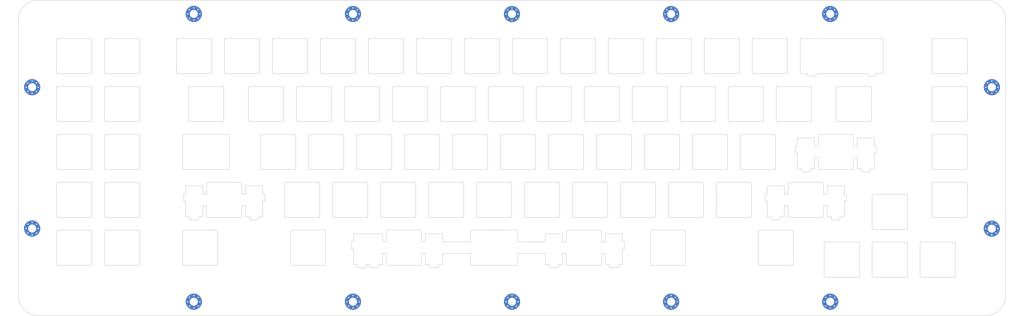
<source format=kicad_pcb>
(kicad_pcb (version 20171130) (host pcbnew "(5.1.4)-1")

  (general
    (thickness 1.6)
    (drawings 811)
    (tracks 0)
    (zones 0)
    (modules 14)
    (nets 1)
  )

  (page A2)
  (layers
    (0 F.Cu signal)
    (31 B.Cu signal)
    (32 B.Adhes user)
    (33 F.Adhes user)
    (34 B.Paste user)
    (35 F.Paste user)
    (36 B.SilkS user)
    (37 F.SilkS user)
    (38 B.Mask user)
    (39 F.Mask user)
    (40 Dwgs.User user)
    (41 Cmts.User user)
    (42 Eco1.User user)
    (43 Eco2.User user)
    (44 Edge.Cuts user)
    (45 Margin user)
    (46 B.CrtYd user)
    (47 F.CrtYd user)
    (48 B.Fab user)
    (49 F.Fab user)
  )

  (setup
    (last_trace_width 0.25)
    (trace_clearance 0.2)
    (zone_clearance 0.508)
    (zone_45_only no)
    (trace_min 0.2)
    (via_size 0.8)
    (via_drill 0.4)
    (via_min_size 0.4)
    (via_min_drill 0.3)
    (uvia_size 0.3)
    (uvia_drill 0.1)
    (uvias_allowed no)
    (uvia_min_size 0.2)
    (uvia_min_drill 0.1)
    (edge_width 0.05)
    (segment_width 0.2)
    (pcb_text_width 0.3)
    (pcb_text_size 1.5 1.5)
    (mod_edge_width 0.12)
    (mod_text_size 1 1)
    (mod_text_width 0.15)
    (pad_size 1.524 1.524)
    (pad_drill 0.762)
    (pad_to_mask_clearance 0.051)
    (solder_mask_min_width 0.25)
    (aux_axis_origin 0 0)
    (visible_elements FFFFFF7F)
    (pcbplotparams
      (layerselection 0x010f0_ffffffff)
      (usegerberextensions false)
      (usegerberattributes false)
      (usegerberadvancedattributes false)
      (creategerberjobfile false)
      (excludeedgelayer true)
      (linewidth 0.100000)
      (plotframeref false)
      (viasonmask false)
      (mode 1)
      (useauxorigin false)
      (hpglpennumber 1)
      (hpglpenspeed 20)
      (hpglpendiameter 15.000000)
      (psnegative false)
      (psa4output false)
      (plotreference true)
      (plotvalue true)
      (plotinvisibletext false)
      (padsonsilk false)
      (subtractmaskfromsilk false)
      (outputformat 1)
      (mirror false)
      (drillshape 0)
      (scaleselection 1)
      (outputdirectory ""))
  )

  (net 0 "")

  (net_class Default "This is the default net class."
    (clearance 0.2)
    (trace_width 0.25)
    (via_dia 0.8)
    (via_drill 0.4)
    (uvia_dia 0.3)
    (uvia_drill 0.1)
  )

  (module MountingHole:MountingHole_3.2mm_M3_Pad_Via (layer F.Cu) (tedit 56DDBCCA) (tstamp 5E7C5F4F)
    (at 470.8 103.625)
    (descr "Mounting Hole 3.2mm, M3")
    (tags "mounting hole 3.2mm m3")
    (attr virtual)
    (fp_text reference REF** (at 0 -4.2) (layer Dwgs.User)
      (effects (font (size 1 1) (thickness 0.15)))
    )
    (fp_text value MountingHole_3.2mm_M3_Pad_Via (at 0 4.2) (layer F.Fab)
      (effects (font (size 1 1) (thickness 0.15)))
    )
    (fp_circle (center 0 0) (end 3.45 0) (layer F.CrtYd) (width 0.05))
    (fp_circle (center 0 0) (end 3.2 0) (layer Cmts.User) (width 0.15))
    (fp_text user %R (at 0.3 0) (layer F.Fab)
      (effects (font (size 1 1) (thickness 0.15)))
    )
    (pad 1 thru_hole circle (at 1.697056 -1.697056) (size 0.8 0.8) (drill 0.5) (layers *.Cu *.Mask))
    (pad 1 thru_hole circle (at 0 -2.4) (size 0.8 0.8) (drill 0.5) (layers *.Cu *.Mask))
    (pad 1 thru_hole circle (at -1.697056 -1.697056) (size 0.8 0.8) (drill 0.5) (layers *.Cu *.Mask))
    (pad 1 thru_hole circle (at -2.4 0) (size 0.8 0.8) (drill 0.5) (layers *.Cu *.Mask))
    (pad 1 thru_hole circle (at -1.697056 1.697056) (size 0.8 0.8) (drill 0.5) (layers *.Cu *.Mask))
    (pad 1 thru_hole circle (at 0 2.4) (size 0.8 0.8) (drill 0.5) (layers *.Cu *.Mask))
    (pad 1 thru_hole circle (at 1.697056 1.697056) (size 0.8 0.8) (drill 0.5) (layers *.Cu *.Mask))
    (pad 1 thru_hole circle (at 2.4 0) (size 0.8 0.8) (drill 0.5) (layers *.Cu *.Mask))
    (pad 1 thru_hole circle (at 0 0) (size 6.4 6.4) (drill 3.2) (layers *.Cu *.Mask))
  )

  (module MountingHole:MountingHole_3.2mm_M3_Pad_Via (layer F.Cu) (tedit 56DDBCCA) (tstamp 5E7C5F12)
    (at 470.775 159.875)
    (descr "Mounting Hole 3.2mm, M3")
    (tags "mounting hole 3.2mm m3")
    (attr virtual)
    (fp_text reference REF** (at 0 -4.2) (layer Dwgs.User)
      (effects (font (size 1 1) (thickness 0.15)))
    )
    (fp_text value MountingHole_3.2mm_M3_Pad_Via (at 0 4.2) (layer F.Fab)
      (effects (font (size 1 1) (thickness 0.15)))
    )
    (fp_circle (center 0 0) (end 3.45 0) (layer F.CrtYd) (width 0.05))
    (fp_circle (center 0 0) (end 3.2 0) (layer Cmts.User) (width 0.15))
    (fp_text user %R (at 0.3 0) (layer F.Fab)
      (effects (font (size 1 1) (thickness 0.15)))
    )
    (pad 1 thru_hole circle (at 1.697056 -1.697056) (size 0.8 0.8) (drill 0.5) (layers *.Cu *.Mask))
    (pad 1 thru_hole circle (at 0 -2.4) (size 0.8 0.8) (drill 0.5) (layers *.Cu *.Mask))
    (pad 1 thru_hole circle (at -1.697056 -1.697056) (size 0.8 0.8) (drill 0.5) (layers *.Cu *.Mask))
    (pad 1 thru_hole circle (at -2.4 0) (size 0.8 0.8) (drill 0.5) (layers *.Cu *.Mask))
    (pad 1 thru_hole circle (at -1.697056 1.697056) (size 0.8 0.8) (drill 0.5) (layers *.Cu *.Mask))
    (pad 1 thru_hole circle (at 0 2.4) (size 0.8 0.8) (drill 0.5) (layers *.Cu *.Mask))
    (pad 1 thru_hole circle (at 1.697056 1.697056) (size 0.8 0.8) (drill 0.5) (layers *.Cu *.Mask))
    (pad 1 thru_hole circle (at 2.4 0) (size 0.8 0.8) (drill 0.5) (layers *.Cu *.Mask))
    (pad 1 thru_hole circle (at 0 0) (size 6.4 6.4) (drill 3.2) (layers *.Cu *.Mask))
  )

  (module MountingHole:MountingHole_3.2mm_M3_Pad_Via (layer F.Cu) (tedit 56DDBCCA) (tstamp 5E7C5ED5)
    (at 406.6 188.95)
    (descr "Mounting Hole 3.2mm, M3")
    (tags "mounting hole 3.2mm m3")
    (attr virtual)
    (fp_text reference REF** (at 0 -4.2) (layer Dwgs.User)
      (effects (font (size 1 1) (thickness 0.15)))
    )
    (fp_text value MountingHole_3.2mm_M3_Pad_Via (at 0 4.2) (layer F.Fab)
      (effects (font (size 1 1) (thickness 0.15)))
    )
    (fp_circle (center 0 0) (end 3.45 0) (layer F.CrtYd) (width 0.05))
    (fp_circle (center 0 0) (end 3.2 0) (layer Cmts.User) (width 0.15))
    (fp_text user %R (at 0.3 0) (layer F.Fab)
      (effects (font (size 1 1) (thickness 0.15)))
    )
    (pad 1 thru_hole circle (at 1.697056 -1.697056) (size 0.8 0.8) (drill 0.5) (layers *.Cu *.Mask))
    (pad 1 thru_hole circle (at 0 -2.4) (size 0.8 0.8) (drill 0.5) (layers *.Cu *.Mask))
    (pad 1 thru_hole circle (at -1.697056 -1.697056) (size 0.8 0.8) (drill 0.5) (layers *.Cu *.Mask))
    (pad 1 thru_hole circle (at -2.4 0) (size 0.8 0.8) (drill 0.5) (layers *.Cu *.Mask))
    (pad 1 thru_hole circle (at -1.697056 1.697056) (size 0.8 0.8) (drill 0.5) (layers *.Cu *.Mask))
    (pad 1 thru_hole circle (at 0 2.4) (size 0.8 0.8) (drill 0.5) (layers *.Cu *.Mask))
    (pad 1 thru_hole circle (at 1.697056 1.697056) (size 0.8 0.8) (drill 0.5) (layers *.Cu *.Mask))
    (pad 1 thru_hole circle (at 2.4 0) (size 0.8 0.8) (drill 0.5) (layers *.Cu *.Mask))
    (pad 1 thru_hole circle (at 0 0) (size 6.4 6.4) (drill 3.2) (layers *.Cu *.Mask))
  )

  (module MountingHole:MountingHole_3.2mm_M3_Pad_Via (layer F.Cu) (tedit 56DDBCCA) (tstamp 5E7C5E98)
    (at 343.425 188.95)
    (descr "Mounting Hole 3.2mm, M3")
    (tags "mounting hole 3.2mm m3")
    (attr virtual)
    (fp_text reference REF** (at 0 -4.2) (layer Dwgs.User)
      (effects (font (size 1 1) (thickness 0.15)))
    )
    (fp_text value MountingHole_3.2mm_M3_Pad_Via (at 0 4.2) (layer F.Fab)
      (effects (font (size 1 1) (thickness 0.15)))
    )
    (fp_circle (center 0 0) (end 3.45 0) (layer F.CrtYd) (width 0.05))
    (fp_circle (center 0 0) (end 3.2 0) (layer Cmts.User) (width 0.15))
    (fp_text user %R (at 0.3 0) (layer F.Fab)
      (effects (font (size 1 1) (thickness 0.15)))
    )
    (pad 1 thru_hole circle (at 1.697056 -1.697056) (size 0.8 0.8) (drill 0.5) (layers *.Cu *.Mask))
    (pad 1 thru_hole circle (at 0 -2.4) (size 0.8 0.8) (drill 0.5) (layers *.Cu *.Mask))
    (pad 1 thru_hole circle (at -1.697056 -1.697056) (size 0.8 0.8) (drill 0.5) (layers *.Cu *.Mask))
    (pad 1 thru_hole circle (at -2.4 0) (size 0.8 0.8) (drill 0.5) (layers *.Cu *.Mask))
    (pad 1 thru_hole circle (at -1.697056 1.697056) (size 0.8 0.8) (drill 0.5) (layers *.Cu *.Mask))
    (pad 1 thru_hole circle (at 0 2.4) (size 0.8 0.8) (drill 0.5) (layers *.Cu *.Mask))
    (pad 1 thru_hole circle (at 1.697056 1.697056) (size 0.8 0.8) (drill 0.5) (layers *.Cu *.Mask))
    (pad 1 thru_hole circle (at 2.4 0) (size 0.8 0.8) (drill 0.5) (layers *.Cu *.Mask))
    (pad 1 thru_hole circle (at 0 0) (size 6.4 6.4) (drill 3.2) (layers *.Cu *.Mask))
  )

  (module MountingHole:MountingHole_3.2mm_M3_Pad_Via (layer F.Cu) (tedit 56DDBCCA) (tstamp 5E7C5E5B)
    (at 280.25 188.95)
    (descr "Mounting Hole 3.2mm, M3")
    (tags "mounting hole 3.2mm m3")
    (attr virtual)
    (fp_text reference REF** (at 0 -4.2) (layer Dwgs.User)
      (effects (font (size 1 1) (thickness 0.15)))
    )
    (fp_text value MountingHole_3.2mm_M3_Pad_Via (at 0 4.2) (layer F.Fab)
      (effects (font (size 1 1) (thickness 0.15)))
    )
    (fp_circle (center 0 0) (end 3.45 0) (layer F.CrtYd) (width 0.05))
    (fp_circle (center 0 0) (end 3.2 0) (layer Cmts.User) (width 0.15))
    (fp_text user %R (at 0.3 0) (layer F.Fab)
      (effects (font (size 1 1) (thickness 0.15)))
    )
    (pad 1 thru_hole circle (at 1.697056 -1.697056) (size 0.8 0.8) (drill 0.5) (layers *.Cu *.Mask))
    (pad 1 thru_hole circle (at 0 -2.4) (size 0.8 0.8) (drill 0.5) (layers *.Cu *.Mask))
    (pad 1 thru_hole circle (at -1.697056 -1.697056) (size 0.8 0.8) (drill 0.5) (layers *.Cu *.Mask))
    (pad 1 thru_hole circle (at -2.4 0) (size 0.8 0.8) (drill 0.5) (layers *.Cu *.Mask))
    (pad 1 thru_hole circle (at -1.697056 1.697056) (size 0.8 0.8) (drill 0.5) (layers *.Cu *.Mask))
    (pad 1 thru_hole circle (at 0 2.4) (size 0.8 0.8) (drill 0.5) (layers *.Cu *.Mask))
    (pad 1 thru_hole circle (at 1.697056 1.697056) (size 0.8 0.8) (drill 0.5) (layers *.Cu *.Mask))
    (pad 1 thru_hole circle (at 2.4 0) (size 0.8 0.8) (drill 0.5) (layers *.Cu *.Mask))
    (pad 1 thru_hole circle (at 0 0) (size 6.4 6.4) (drill 3.2) (layers *.Cu *.Mask))
  )

  (module MountingHole:MountingHole_3.2mm_M3_Pad_Via (layer F.Cu) (tedit 56DDBCCA) (tstamp 5E7C5E1E)
    (at 217.075 188.95)
    (descr "Mounting Hole 3.2mm, M3")
    (tags "mounting hole 3.2mm m3")
    (attr virtual)
    (fp_text reference REF** (at 0 -4.2) (layer Dwgs.User)
      (effects (font (size 1 1) (thickness 0.15)))
    )
    (fp_text value MountingHole_3.2mm_M3_Pad_Via (at 0 4.2) (layer F.Fab)
      (effects (font (size 1 1) (thickness 0.15)))
    )
    (fp_circle (center 0 0) (end 3.45 0) (layer F.CrtYd) (width 0.05))
    (fp_circle (center 0 0) (end 3.2 0) (layer Cmts.User) (width 0.15))
    (fp_text user %R (at 0.3 0) (layer F.Fab)
      (effects (font (size 1 1) (thickness 0.15)))
    )
    (pad 1 thru_hole circle (at 1.697056 -1.697056) (size 0.8 0.8) (drill 0.5) (layers *.Cu *.Mask))
    (pad 1 thru_hole circle (at 0 -2.4) (size 0.8 0.8) (drill 0.5) (layers *.Cu *.Mask))
    (pad 1 thru_hole circle (at -1.697056 -1.697056) (size 0.8 0.8) (drill 0.5) (layers *.Cu *.Mask))
    (pad 1 thru_hole circle (at -2.4 0) (size 0.8 0.8) (drill 0.5) (layers *.Cu *.Mask))
    (pad 1 thru_hole circle (at -1.697056 1.697056) (size 0.8 0.8) (drill 0.5) (layers *.Cu *.Mask))
    (pad 1 thru_hole circle (at 0 2.4) (size 0.8 0.8) (drill 0.5) (layers *.Cu *.Mask))
    (pad 1 thru_hole circle (at 1.697056 1.697056) (size 0.8 0.8) (drill 0.5) (layers *.Cu *.Mask))
    (pad 1 thru_hole circle (at 2.4 0) (size 0.8 0.8) (drill 0.5) (layers *.Cu *.Mask))
    (pad 1 thru_hole circle (at 0 0) (size 6.4 6.4) (drill 3.2) (layers *.Cu *.Mask))
  )

  (module MountingHole:MountingHole_3.2mm_M3_Pad_Via (layer F.Cu) (tedit 56DDBCCA) (tstamp 5E7C5DE1)
    (at 153.875 188.95)
    (descr "Mounting Hole 3.2mm, M3")
    (tags "mounting hole 3.2mm m3")
    (attr virtual)
    (fp_text reference REF** (at 0 -4.2) (layer Dwgs.User)
      (effects (font (size 1 1) (thickness 0.15)))
    )
    (fp_text value MountingHole_3.2mm_M3_Pad_Via (at 0 4.2) (layer F.Fab)
      (effects (font (size 1 1) (thickness 0.15)))
    )
    (fp_circle (center 0 0) (end 3.45 0) (layer F.CrtYd) (width 0.05))
    (fp_circle (center 0 0) (end 3.2 0) (layer Cmts.User) (width 0.15))
    (fp_text user %R (at 0.3 0) (layer F.Fab)
      (effects (font (size 1 1) (thickness 0.15)))
    )
    (pad 1 thru_hole circle (at 1.697056 -1.697056) (size 0.8 0.8) (drill 0.5) (layers *.Cu *.Mask))
    (pad 1 thru_hole circle (at 0 -2.4) (size 0.8 0.8) (drill 0.5) (layers *.Cu *.Mask))
    (pad 1 thru_hole circle (at -1.697056 -1.697056) (size 0.8 0.8) (drill 0.5) (layers *.Cu *.Mask))
    (pad 1 thru_hole circle (at -2.4 0) (size 0.8 0.8) (drill 0.5) (layers *.Cu *.Mask))
    (pad 1 thru_hole circle (at -1.697056 1.697056) (size 0.8 0.8) (drill 0.5) (layers *.Cu *.Mask))
    (pad 1 thru_hole circle (at 0 2.4) (size 0.8 0.8) (drill 0.5) (layers *.Cu *.Mask))
    (pad 1 thru_hole circle (at 1.697056 1.697056) (size 0.8 0.8) (drill 0.5) (layers *.Cu *.Mask))
    (pad 1 thru_hole circle (at 2.4 0) (size 0.8 0.8) (drill 0.5) (layers *.Cu *.Mask))
    (pad 1 thru_hole circle (at 0 0) (size 6.4 6.4) (drill 3.2) (layers *.Cu *.Mask))
  )

  (module MountingHole:MountingHole_3.2mm_M3_Pad_Via (layer F.Cu) (tedit 56DDBCCA) (tstamp 5E7C5DA4)
    (at 89.675 159.825)
    (descr "Mounting Hole 3.2mm, M3")
    (tags "mounting hole 3.2mm m3")
    (attr virtual)
    (fp_text reference REF** (at 0 -4.2) (layer Dwgs.User)
      (effects (font (size 1 1) (thickness 0.15)))
    )
    (fp_text value MountingHole_3.2mm_M3_Pad_Via (at 0 4.2) (layer F.Fab)
      (effects (font (size 1 1) (thickness 0.15)))
    )
    (fp_circle (center 0 0) (end 3.45 0) (layer F.CrtYd) (width 0.05))
    (fp_circle (center 0 0) (end 3.2 0) (layer Cmts.User) (width 0.15))
    (fp_text user %R (at 0.3 0) (layer F.Fab)
      (effects (font (size 1 1) (thickness 0.15)))
    )
    (pad 1 thru_hole circle (at 1.697056 -1.697056) (size 0.8 0.8) (drill 0.5) (layers *.Cu *.Mask))
    (pad 1 thru_hole circle (at 0 -2.4) (size 0.8 0.8) (drill 0.5) (layers *.Cu *.Mask))
    (pad 1 thru_hole circle (at -1.697056 -1.697056) (size 0.8 0.8) (drill 0.5) (layers *.Cu *.Mask))
    (pad 1 thru_hole circle (at -2.4 0) (size 0.8 0.8) (drill 0.5) (layers *.Cu *.Mask))
    (pad 1 thru_hole circle (at -1.697056 1.697056) (size 0.8 0.8) (drill 0.5) (layers *.Cu *.Mask))
    (pad 1 thru_hole circle (at 0 2.4) (size 0.8 0.8) (drill 0.5) (layers *.Cu *.Mask))
    (pad 1 thru_hole circle (at 1.697056 1.697056) (size 0.8 0.8) (drill 0.5) (layers *.Cu *.Mask))
    (pad 1 thru_hole circle (at 2.4 0) (size 0.8 0.8) (drill 0.5) (layers *.Cu *.Mask))
    (pad 1 thru_hole circle (at 0 0) (size 6.4 6.4) (drill 3.2) (layers *.Cu *.Mask))
  )

  (module MountingHole:MountingHole_3.2mm_M3_Pad_Via (layer F.Cu) (tedit 56DDBCCA) (tstamp 5E7C5D67)
    (at 89.675 103.625)
    (descr "Mounting Hole 3.2mm, M3")
    (tags "mounting hole 3.2mm m3")
    (attr virtual)
    (fp_text reference REF** (at 0 -4.2) (layer Dwgs.User)
      (effects (font (size 1 1) (thickness 0.15)))
    )
    (fp_text value MountingHole_3.2mm_M3_Pad_Via (at 0 4.2) (layer F.Fab)
      (effects (font (size 1 1) (thickness 0.15)))
    )
    (fp_circle (center 0 0) (end 3.45 0) (layer F.CrtYd) (width 0.05))
    (fp_circle (center 0 0) (end 3.2 0) (layer Cmts.User) (width 0.15))
    (fp_text user %R (at 0.3 0) (layer F.Fab)
      (effects (font (size 1 1) (thickness 0.15)))
    )
    (pad 1 thru_hole circle (at 1.697056 -1.697056) (size 0.8 0.8) (drill 0.5) (layers *.Cu *.Mask))
    (pad 1 thru_hole circle (at 0 -2.4) (size 0.8 0.8) (drill 0.5) (layers *.Cu *.Mask))
    (pad 1 thru_hole circle (at -1.697056 -1.697056) (size 0.8 0.8) (drill 0.5) (layers *.Cu *.Mask))
    (pad 1 thru_hole circle (at -2.4 0) (size 0.8 0.8) (drill 0.5) (layers *.Cu *.Mask))
    (pad 1 thru_hole circle (at -1.697056 1.697056) (size 0.8 0.8) (drill 0.5) (layers *.Cu *.Mask))
    (pad 1 thru_hole circle (at 0 2.4) (size 0.8 0.8) (drill 0.5) (layers *.Cu *.Mask))
    (pad 1 thru_hole circle (at 1.697056 1.697056) (size 0.8 0.8) (drill 0.5) (layers *.Cu *.Mask))
    (pad 1 thru_hole circle (at 2.4 0) (size 0.8 0.8) (drill 0.5) (layers *.Cu *.Mask))
    (pad 1 thru_hole circle (at 0 0) (size 6.4 6.4) (drill 3.2) (layers *.Cu *.Mask))
  )

  (module MountingHole:MountingHole_3.2mm_M3_Pad_Via (layer F.Cu) (tedit 56DDBCCA) (tstamp 5E7C5D2A)
    (at 406.6 74.5)
    (descr "Mounting Hole 3.2mm, M3")
    (tags "mounting hole 3.2mm m3")
    (attr virtual)
    (fp_text reference REF** (at 0 -4.2) (layer Dwgs.User)
      (effects (font (size 1 1) (thickness 0.15)))
    )
    (fp_text value MountingHole_3.2mm_M3_Pad_Via (at 0 4.2) (layer F.Fab)
      (effects (font (size 1 1) (thickness 0.15)))
    )
    (fp_circle (center 0 0) (end 3.45 0) (layer F.CrtYd) (width 0.05))
    (fp_circle (center 0 0) (end 3.2 0) (layer Cmts.User) (width 0.15))
    (fp_text user %R (at 0.3 0) (layer F.Fab)
      (effects (font (size 1 1) (thickness 0.15)))
    )
    (pad 1 thru_hole circle (at 1.697056 -1.697056) (size 0.8 0.8) (drill 0.5) (layers *.Cu *.Mask))
    (pad 1 thru_hole circle (at 0 -2.4) (size 0.8 0.8) (drill 0.5) (layers *.Cu *.Mask))
    (pad 1 thru_hole circle (at -1.697056 -1.697056) (size 0.8 0.8) (drill 0.5) (layers *.Cu *.Mask))
    (pad 1 thru_hole circle (at -2.4 0) (size 0.8 0.8) (drill 0.5) (layers *.Cu *.Mask))
    (pad 1 thru_hole circle (at -1.697056 1.697056) (size 0.8 0.8) (drill 0.5) (layers *.Cu *.Mask))
    (pad 1 thru_hole circle (at 0 2.4) (size 0.8 0.8) (drill 0.5) (layers *.Cu *.Mask))
    (pad 1 thru_hole circle (at 1.697056 1.697056) (size 0.8 0.8) (drill 0.5) (layers *.Cu *.Mask))
    (pad 1 thru_hole circle (at 2.4 0) (size 0.8 0.8) (drill 0.5) (layers *.Cu *.Mask))
    (pad 1 thru_hole circle (at 0 0) (size 6.4 6.4) (drill 3.2) (layers *.Cu *.Mask))
  )

  (module MountingHole:MountingHole_3.2mm_M3_Pad_Via (layer F.Cu) (tedit 56DDBCCA) (tstamp 5E7C5CED)
    (at 343.425 74.525)
    (descr "Mounting Hole 3.2mm, M3")
    (tags "mounting hole 3.2mm m3")
    (attr virtual)
    (fp_text reference REF** (at 0 -4.2) (layer Dwgs.User)
      (effects (font (size 1 1) (thickness 0.15)))
    )
    (fp_text value MountingHole_3.2mm_M3_Pad_Via (at 0 4.2) (layer F.Fab)
      (effects (font (size 1 1) (thickness 0.15)))
    )
    (fp_circle (center 0 0) (end 3.45 0) (layer F.CrtYd) (width 0.05))
    (fp_circle (center 0 0) (end 3.2 0) (layer Cmts.User) (width 0.15))
    (fp_text user %R (at 0.3 0) (layer F.Fab)
      (effects (font (size 1 1) (thickness 0.15)))
    )
    (pad 1 thru_hole circle (at 1.697056 -1.697056) (size 0.8 0.8) (drill 0.5) (layers *.Cu *.Mask))
    (pad 1 thru_hole circle (at 0 -2.4) (size 0.8 0.8) (drill 0.5) (layers *.Cu *.Mask))
    (pad 1 thru_hole circle (at -1.697056 -1.697056) (size 0.8 0.8) (drill 0.5) (layers *.Cu *.Mask))
    (pad 1 thru_hole circle (at -2.4 0) (size 0.8 0.8) (drill 0.5) (layers *.Cu *.Mask))
    (pad 1 thru_hole circle (at -1.697056 1.697056) (size 0.8 0.8) (drill 0.5) (layers *.Cu *.Mask))
    (pad 1 thru_hole circle (at 0 2.4) (size 0.8 0.8) (drill 0.5) (layers *.Cu *.Mask))
    (pad 1 thru_hole circle (at 1.697056 1.697056) (size 0.8 0.8) (drill 0.5) (layers *.Cu *.Mask))
    (pad 1 thru_hole circle (at 2.4 0) (size 0.8 0.8) (drill 0.5) (layers *.Cu *.Mask))
    (pad 1 thru_hole circle (at 0 0) (size 6.4 6.4) (drill 3.2) (layers *.Cu *.Mask))
  )

  (module MountingHole:MountingHole_3.2mm_M3_Pad_Via (layer F.Cu) (tedit 56DDBCCA) (tstamp 5E7C5CB0)
    (at 280.225 74.525)
    (descr "Mounting Hole 3.2mm, M3")
    (tags "mounting hole 3.2mm m3")
    (attr virtual)
    (fp_text reference REF** (at 0 -4.2) (layer Dwgs.User)
      (effects (font (size 1 1) (thickness 0.15)))
    )
    (fp_text value MountingHole_3.2mm_M3_Pad_Via (at 0 4.2) (layer F.Fab)
      (effects (font (size 1 1) (thickness 0.15)))
    )
    (fp_circle (center 0 0) (end 3.45 0) (layer F.CrtYd) (width 0.05))
    (fp_circle (center 0 0) (end 3.2 0) (layer Cmts.User) (width 0.15))
    (fp_text user %R (at 0.3 0) (layer F.Fab)
      (effects (font (size 1 1) (thickness 0.15)))
    )
    (pad 1 thru_hole circle (at 1.697056 -1.697056) (size 0.8 0.8) (drill 0.5) (layers *.Cu *.Mask))
    (pad 1 thru_hole circle (at 0 -2.4) (size 0.8 0.8) (drill 0.5) (layers *.Cu *.Mask))
    (pad 1 thru_hole circle (at -1.697056 -1.697056) (size 0.8 0.8) (drill 0.5) (layers *.Cu *.Mask))
    (pad 1 thru_hole circle (at -2.4 0) (size 0.8 0.8) (drill 0.5) (layers *.Cu *.Mask))
    (pad 1 thru_hole circle (at -1.697056 1.697056) (size 0.8 0.8) (drill 0.5) (layers *.Cu *.Mask))
    (pad 1 thru_hole circle (at 0 2.4) (size 0.8 0.8) (drill 0.5) (layers *.Cu *.Mask))
    (pad 1 thru_hole circle (at 1.697056 1.697056) (size 0.8 0.8) (drill 0.5) (layers *.Cu *.Mask))
    (pad 1 thru_hole circle (at 2.4 0) (size 0.8 0.8) (drill 0.5) (layers *.Cu *.Mask))
    (pad 1 thru_hole circle (at 0 0) (size 6.4 6.4) (drill 3.2) (layers *.Cu *.Mask))
  )

  (module MountingHole:MountingHole_3.2mm_M3_Pad_Via (layer F.Cu) (tedit 56DDBCCA) (tstamp 5E7C5C73)
    (at 217.075 74.5)
    (descr "Mounting Hole 3.2mm, M3")
    (tags "mounting hole 3.2mm m3")
    (attr virtual)
    (fp_text reference REF** (at 0 -4.2) (layer Dwgs.User)
      (effects (font (size 1 1) (thickness 0.15)))
    )
    (fp_text value MountingHole_3.2mm_M3_Pad_Via (at 0 4.2) (layer F.Fab)
      (effects (font (size 1 1) (thickness 0.15)))
    )
    (fp_circle (center 0 0) (end 3.45 0) (layer F.CrtYd) (width 0.05))
    (fp_circle (center 0 0) (end 3.2 0) (layer Cmts.User) (width 0.15))
    (fp_text user %R (at 0.3 0) (layer F.Fab)
      (effects (font (size 1 1) (thickness 0.15)))
    )
    (pad 1 thru_hole circle (at 1.697056 -1.697056) (size 0.8 0.8) (drill 0.5) (layers *.Cu *.Mask))
    (pad 1 thru_hole circle (at 0 -2.4) (size 0.8 0.8) (drill 0.5) (layers *.Cu *.Mask))
    (pad 1 thru_hole circle (at -1.697056 -1.697056) (size 0.8 0.8) (drill 0.5) (layers *.Cu *.Mask))
    (pad 1 thru_hole circle (at -2.4 0) (size 0.8 0.8) (drill 0.5) (layers *.Cu *.Mask))
    (pad 1 thru_hole circle (at -1.697056 1.697056) (size 0.8 0.8) (drill 0.5) (layers *.Cu *.Mask))
    (pad 1 thru_hole circle (at 0 2.4) (size 0.8 0.8) (drill 0.5) (layers *.Cu *.Mask))
    (pad 1 thru_hole circle (at 1.697056 1.697056) (size 0.8 0.8) (drill 0.5) (layers *.Cu *.Mask))
    (pad 1 thru_hole circle (at 2.4 0) (size 0.8 0.8) (drill 0.5) (layers *.Cu *.Mask))
    (pad 1 thru_hole circle (at 0 0) (size 6.4 6.4) (drill 3.2) (layers *.Cu *.Mask))
  )

  (module MountingHole:MountingHole_3.2mm_M3_Pad_Via (layer F.Cu) (tedit 56DDBCCA) (tstamp 5E7C5C36)
    (at 153.875 74.475)
    (descr "Mounting Hole 3.2mm, M3")
    (tags "mounting hole 3.2mm m3")
    (attr virtual)
    (fp_text reference REF** (at 0 -4.2) (layer Dwgs.User)
      (effects (font (size 1 1) (thickness 0.15)))
    )
    (fp_text value MountingHole_3.2mm_M3_Pad_Via (at 0 4.2) (layer F.Fab)
      (effects (font (size 1 1) (thickness 0.15)))
    )
    (fp_circle (center 0 0) (end 3.45 0) (layer F.CrtYd) (width 0.05))
    (fp_circle (center 0 0) (end 3.2 0) (layer Cmts.User) (width 0.15))
    (fp_text user %R (at 0.3 0) (layer F.Fab)
      (effects (font (size 1 1) (thickness 0.15)))
    )
    (pad 1 thru_hole circle (at 1.697056 -1.697056) (size 0.8 0.8) (drill 0.5) (layers *.Cu *.Mask))
    (pad 1 thru_hole circle (at 0 -2.4) (size 0.8 0.8) (drill 0.5) (layers *.Cu *.Mask))
    (pad 1 thru_hole circle (at -1.697056 -1.697056) (size 0.8 0.8) (drill 0.5) (layers *.Cu *.Mask))
    (pad 1 thru_hole circle (at -2.4 0) (size 0.8 0.8) (drill 0.5) (layers *.Cu *.Mask))
    (pad 1 thru_hole circle (at -1.697056 1.697056) (size 0.8 0.8) (drill 0.5) (layers *.Cu *.Mask))
    (pad 1 thru_hole circle (at 0 2.4) (size 0.8 0.8) (drill 0.5) (layers *.Cu *.Mask))
    (pad 1 thru_hole circle (at 1.697056 1.697056) (size 0.8 0.8) (drill 0.5) (layers *.Cu *.Mask))
    (pad 1 thru_hole circle (at 2.4 0) (size 0.8 0.8) (drill 0.5) (layers *.Cu *.Mask))
    (pad 1 thru_hole circle (at 0 0) (size 6.4 6.4) (drill 3.2) (layers *.Cu *.Mask))
  )

  (gr_line (start 322.349 175.436801) (end 319.049 175.436801) (layer Edge.Cuts) (width 0.2) (tstamp 5E7C761B))
  (gr_line (start 319.049 174.249031) (end 319.049 175.436801) (layer Edge.Cuts) (width 0.2) (tstamp 5E7C75AE))
  (gr_line (start 319.049 174.249031) (end 317.325 174.249031) (layer Edge.Cuts) (width 0.2) (tstamp 5E7C75A9))
  (gr_line (start 317.325 169.780071) (end 317.325 174.249031) (layer Edge.Cuts) (width 0.2) (tstamp 5E7C7595))
  (gr_line (start 315.799 169.7662) (end 317.325 169.780071) (layer Edge.Cuts) (width 0.2) (tstamp 5E7C756B))
  (gr_line (start 442.793999 179.229201) (end 455.793 179.229201) (layer Edge.Cuts) (width 0.2))
  (gr_arc (start 442.794 178.729201) (end 442.294 178.729201) (angle -90) (layer Edge.Cuts) (width 0.2))
  (gr_line (start 442.294 165.729801) (end 442.294 178.729201) (layer Edge.Cuts) (width 0.2))
  (gr_line (start 455.793 165.229801) (end 442.793999 165.229801) (layer Edge.Cuts) (width 0.2))
  (gr_line (start 456.293 178.7292) (end 456.293 165.729801) (layer Edge.Cuts) (width 0.2))
  (gr_line (start 217.325 174.249031) (end 217.325 167.97896) (layer Edge.Cuts) (width 0.2))
  (gr_line (start 222.349 175.4493) (end 219.05 175.4493) (layer Edge.Cuts) (width 0.2))
  (gr_line (start 219.05 175.4493) (end 219.05 174.249031) (layer Edge.Cuts) (width 0.2))
  (gr_line (start 222.349 174.249031) (end 222.349 175.4493) (layer Edge.Cuts) (width 0.2))
  (gr_line (start 227.111999 175.436801) (end 223.811 175.436801) (layer Edge.Cuts) (width 0.2))
  (gr_line (start 216.499 167.97896) (end 216.499 165.178801) (layer Edge.Cuts) (width 0.2))
  (gr_line (start 223.811 175.436801) (end 223.811 174.236501) (layer Edge.Cuts) (width 0.2))
  (gr_line (start 437.243 178.7292) (end 437.243 165.729801) (layer Edge.Cuts) (width 0.2))
  (gr_line (start 219.05 174.249031) (end 217.325 174.249031) (layer Edge.Cuts) (width 0.2))
  (gr_line (start 216.499 165.178801) (end 217.325 165.178801) (layer Edge.Cuts) (width 0.2))
  (gr_arc (start 455.793 165.729801) (end 456.293 165.729801) (angle -90) (layer Edge.Cuts) (width 0.2))
  (gr_arc (start 442.794 165.7298) (end 442.793999 165.229801) (angle -90) (layer Edge.Cuts) (width 0.2))
  (gr_line (start 217.325 167.97896) (end 216.499 167.97896) (layer Edge.Cuts) (width 0.2))
  (gr_line (start 223.811 174.236501) (end 222.349 174.249031) (layer Edge.Cuts) (width 0.2))
  (gr_arc (start 455.793 178.729201) (end 455.793 179.229201) (angle -90) (layer Edge.Cuts) (width 0.2))
  (gr_line (start 436.743 165.229801) (end 423.744 165.229801) (layer Edge.Cuts) (width 0.2))
  (gr_arc (start 436.743 165.729801) (end 437.243 165.729801) (angle -90) (layer Edge.Cuts) (width 0.2))
  (gr_line (start 404.694 179.229201) (end 417.693 179.229201) (layer Edge.Cuts) (width 0.2))
  (gr_arc (start 417.693 178.729201) (end 417.693 179.229201) (angle -90) (layer Edge.Cuts) (width 0.2))
  (gr_arc (start 167.661799 135.877686) (end 167.660487 136.377685) (angle -90.15038228) (layer Edge.Cuts) (width 0.2))
  (gr_line (start 163.399299 136.366501) (end 167.660487 136.377685) (layer Edge.Cuts) (width 0.2))
  (gr_line (start 423.744 179.2292) (end 436.743 179.2292) (layer Edge.Cuts) (width 0.2))
  (gr_arc (start 149.9 135.866501) (end 149.399999 135.8665) (angle -90) (layer Edge.Cuts) (width 0.2))
  (gr_arc (start 149.9 122.867201) (end 149.9 122.367201) (angle -90) (layer Edge.Cuts) (width 0.2))
  (gr_arc (start 436.743 178.7292) (end 436.743 179.2292) (angle -90) (layer Edge.Cuts) (width 0.2))
  (gr_line (start 163.3993 122.367201) (end 149.9 122.367201) (layer Edge.Cuts) (width 0.2))
  (gr_line (start 149.4 122.867201) (end 149.399999 135.8665) (layer Edge.Cuts) (width 0.2))
  (gr_arc (start 167.6618 122.87839) (end 168.1618 122.87839) (angle -89.84961772) (layer Edge.Cuts) (width 0.2))
  (gr_line (start 167.663112 122.378392) (end 163.3993 122.367201) (layer Edge.Cuts) (width 0.2))
  (gr_arc (start 423.744 165.7298) (end 423.744 165.229801) (angle -90) (layer Edge.Cuts) (width 0.2))
  (gr_arc (start 423.744 178.729201) (end 423.244 178.7292) (angle -90) (layer Edge.Cuts) (width 0.2))
  (gr_line (start 168.1618 135.877686) (end 168.1618 122.87839) (layer Edge.Cuts) (width 0.2))
  (gr_line (start 423.244 165.729801) (end 423.244 178.7292) (layer Edge.Cuts) (width 0.2))
  (gr_line (start 149.9 136.366501) (end 163.399299 136.366501) (layer Edge.Cuts) (width 0.2))
  (gr_arc (start 404.694 165.729801) (end 404.694 165.229801) (angle -90) (layer Edge.Cuts) (width 0.2))
  (gr_line (start 405.431 155.1865) (end 405.431 150.716101) (layer Edge.Cuts) (width 0.2))
  (gr_line (start 407.155 156.386701) (end 407.155 155.1865) (layer Edge.Cuts) (width 0.2))
  (gr_line (start 410.456 155.1865) (end 410.456 156.386701) (layer Edge.Cuts) (width 0.2))
  (gr_arc (start 404.694 178.729201) (end 404.194 178.7292) (angle -90) (layer Edge.Cuts) (width 0.2))
  (gr_line (start 407.155 155.1865) (end 405.431 155.1865) (layer Edge.Cuts) (width 0.2))
  (gr_line (start 410.456 156.386701) (end 407.155 156.386701) (layer Edge.Cuts) (width 0.2))
  (gr_arc (start 417.693 165.729801) (end 418.193 165.729801) (angle -90) (layer Edge.Cuts) (width 0.2))
  (gr_line (start 404.194 165.729801) (end 404.194 178.7292) (layer Edge.Cuts) (width 0.2))
  (gr_line (start 403.406 155.4165) (end 390.406 155.4165) (layer Edge.Cuts) (width 0.2))
  (gr_arc (start 403.406 154.9165) (end 403.406 155.4165) (angle -90) (layer Edge.Cuts) (width 0.2))
  (gr_line (start 418.193 178.7292) (end 418.193 165.729801) (layer Edge.Cuts) (width 0.2))
  (gr_line (start 403.906 150.716101) (end 403.906 154.9165) (layer Edge.Cuts) (width 0.2))
  (gr_line (start 405.431 150.716101) (end 403.906 150.716101) (layer Edge.Cuts) (width 0.2))
  (gr_line (start 417.693 165.229801) (end 404.694 165.229801) (layer Edge.Cuts) (width 0.2))
  (gr_line (start 412.181 155.1865) (end 410.456 155.1865) (layer Edge.Cuts) (width 0.2))
  (gr_line (start 118.443699 84.7668) (end 118.443699 97.7668) (layer Edge.Cuts) (width 0.2))
  (gr_arc (start 293.868 84.766801) (end 294.368 84.766801) (angle -90) (layer Edge.Cuts) (width 0.2))
  (gr_arc (start 118.943699 97.7668) (end 118.443699 97.7668) (angle -90) (layer Edge.Cuts) (width 0.2))
  (gr_line (start 92.16375 69.03655) (end 468.28625 69.03655) (layer Edge.Cuts) (width 0.2))
  (gr_arc (start 179.567999 84.7668) (end 180.067999 84.7668) (angle -90) (layer Edge.Cuts) (width 0.2))
  (gr_line (start 293.868 84.2668) (end 280.869 84.2668) (layer Edge.Cuts) (width 0.2))
  (gr_line (start 166.0687 84.7668) (end 166.0687 97.7668) (layer Edge.Cuts) (width 0.2))
  (gr_line (start 179.568 84.266801) (end 166.5687 84.266801) (layer Edge.Cuts) (width 0.2))
  (gr_line (start 99.893649 98.2668) (end 112.893199 98.2668) (layer Edge.Cuts) (width 0.2))
  (gr_arc (start 112.893199 97.7668) (end 112.893199 98.2668) (angle -90) (layer Edge.Cuts) (width 0.2))
  (gr_line (start 280.869 98.2668) (end 293.868 98.2668) (layer Edge.Cuts) (width 0.2))
  (gr_line (start 84.16375 186.459051) (end 84.16375 77.03655) (layer Edge.Cuts) (width 0.2))
  (gr_arc (start 112.893199 84.7668) (end 113.393199 84.7668) (angle -90) (layer Edge.Cuts) (width 0.2))
  (gr_arc (start 468.28625 186.459051) (end 468.28625 194.459051) (angle -90) (layer Edge.Cuts) (width 0.2))
  (gr_line (start 99.393649 84.7668) (end 99.393649 97.7668) (layer Edge.Cuts) (width 0.2))
  (gr_line (start 112.893199 84.2668) (end 99.893649 84.2668) (layer Edge.Cuts) (width 0.2))
  (gr_arc (start 280.869 84.7668) (end 280.869 84.2668) (angle -90) (layer Edge.Cuts) (width 0.2))
  (gr_arc (start 92.16375 77.03655) (end 92.16375 69.03655) (angle -90) (layer Edge.Cuts) (width 0.2))
  (gr_arc (start 92.16375 186.459051) (end 84.16375 186.459051) (angle -90) (layer Edge.Cuts) (width 0.2))
  (gr_arc (start 280.869 97.7668) (end 280.369 97.7668) (angle -90) (layer Edge.Cuts) (width 0.2))
  (gr_line (start 166.5687 98.2668) (end 179.567999 98.2668) (layer Edge.Cuts) (width 0.2))
  (gr_line (start 113.393199 97.7668) (end 113.393199 84.7668) (layer Edge.Cuts) (width 0.2))
  (gr_line (start 468.28625 194.459051) (end 92.16375 194.459051) (layer Edge.Cuts) (width 0.2))
  (gr_line (start 280.369 84.7668) (end 280.369 97.7668) (layer Edge.Cuts) (width 0.2))
  (gr_arc (start 166.5687 84.7668) (end 166.5687 84.266801) (angle -90) (layer Edge.Cuts) (width 0.2))
  (gr_line (start 180.067999 97.7668) (end 180.067999 84.7668) (layer Edge.Cuts) (width 0.2))
  (gr_arc (start 179.567999 97.7668) (end 179.567999 98.2668) (angle -90) (layer Edge.Cuts) (width 0.2))
  (gr_arc (start 99.893649 97.7668) (end 99.393649 97.7668) (angle -90) (layer Edge.Cuts) (width 0.2))
  (gr_arc (start 99.893649 84.7668) (end 99.893649 84.2668) (angle -90) (layer Edge.Cuts) (width 0.2))
  (gr_line (start 476.28625 77.03655) (end 476.28625 186.459051) (layer Edge.Cuts) (width 0.2))
  (gr_arc (start 293.868 97.7668) (end 293.868 98.2668) (angle -90) (layer Edge.Cuts) (width 0.2))
  (gr_arc (start 468.28625 77.03655) (end 476.28625 77.03655) (angle -90) (layer Edge.Cuts) (width 0.2))
  (gr_arc (start 166.5687 97.7668) (end 166.0687 97.7668) (angle -90) (layer Edge.Cuts) (width 0.2))
  (gr_line (start 294.368 97.7668) (end 294.368 84.766801) (layer Edge.Cuts) (width 0.2))
  (gr_arc (start 236.718 84.7668) (end 237.218 84.7668) (angle -90) (layer Edge.Cuts) (width 0.2))
  (gr_arc (start 261.818999 97.7668) (end 261.318999 97.7668) (angle -90) (layer Edge.Cuts) (width 0.2))
  (gr_line (start 223.719 98.2668) (end 236.718 98.2668) (layer Edge.Cuts) (width 0.2))
  (gr_line (start 318.969 98.2668) (end 331.968 98.2668) (layer Edge.Cuts) (width 0.2))
  (gr_line (start 236.718 84.2668) (end 223.719 84.2668) (layer Edge.Cuts) (width 0.2))
  (gr_line (start 331.968 84.2668) (end 318.969 84.2668) (layer Edge.Cuts) (width 0.2))
  (gr_arc (start 312.918 84.7668) (end 313.417999 84.7668) (angle -90) (layer Edge.Cuts) (width 0.2))
  (gr_arc (start 223.719 84.7668) (end 223.719 84.2668) (angle -90) (layer Edge.Cuts) (width 0.2))
  (gr_line (start 160.518 84.266801) (end 147.5187 84.2668) (layer Edge.Cuts) (width 0.2))
  (gr_arc (start 147.5187 97.7668) (end 147.0187 97.766801) (angle -90) (layer Edge.Cuts) (width 0.2))
  (gr_line (start 299.919 98.2668) (end 312.918 98.2668) (layer Edge.Cuts) (width 0.2))
  (gr_arc (start 299.919 84.7668) (end 299.919 84.2668) (angle -90) (layer Edge.Cuts) (width 0.2))
  (gr_arc (start 261.819 84.7668) (end 261.819 84.2668) (angle -90) (layer Edge.Cuts) (width 0.2))
  (gr_line (start 418.193 84.2668) (end 404.194 84.2668) (layer Edge.Cuts) (width 0.2))
  (gr_line (start 261.319 84.7668) (end 261.318999 97.7668) (layer Edge.Cuts) (width 0.2))
  (gr_line (start 400.943 99.223801) (end 400.943 98.2668) (layer Edge.Cuts) (width 0.2))
  (gr_arc (start 318.968999 97.7668) (end 318.468999 97.7668) (angle -90) (layer Edge.Cuts) (width 0.2))
  (gr_line (start 237.218 97.7668) (end 237.218 84.7668) (layer Edge.Cuts) (width 0.2))
  (gr_arc (start 131.942999 84.7668) (end 132.442999 84.7668) (angle -90) (layer Edge.Cuts) (width 0.2))
  (gr_line (start 118.943699 98.2668) (end 131.942999 98.2668) (layer Edge.Cuts) (width 0.2))
  (gr_arc (start 160.517999 97.7668) (end 160.518 98.2668) (angle -90) (layer Edge.Cuts) (width 0.2))
  (gr_arc (start 318.969 84.7668) (end 318.969 84.2668) (angle -90) (layer Edge.Cuts) (width 0.2))
  (gr_arc (start 147.5187 84.7668) (end 147.5187 84.2668) (angle -90) (layer Edge.Cuts) (width 0.2))
  (gr_line (start 424.743 99.223801) (end 424.743 98.2668) (layer Edge.Cuts) (width 0.2))
  (gr_arc (start 299.919 97.7668) (end 299.419 97.7668) (angle -90) (layer Edge.Cuts) (width 0.2))
  (gr_line (start 397.644 99.223801) (end 400.943 99.223801) (layer Edge.Cuts) (width 0.2))
  (gr_line (start 421.444 98.2668) (end 421.444 99.223801) (layer Edge.Cuts) (width 0.2))
  (gr_line (start 223.219 84.7668) (end 223.219 97.7668) (layer Edge.Cuts) (width 0.2))
  (gr_line (start 161.017999 97.7668) (end 161.017999 84.7668) (layer Edge.Cuts) (width 0.2))
  (gr_line (start 395.169 98.2668) (end 397.644 98.2668) (layer Edge.Cuts) (width 0.2))
  (gr_arc (start 395.169 84.7668) (end 395.169 84.2668) (angle -90) (layer Edge.Cuts) (width 0.2))
  (gr_arc (start 236.718 97.7668) (end 236.718 98.2668) (angle -90) (layer Edge.Cuts) (width 0.2))
  (gr_arc (start 331.968 84.7668) (end 332.467999 84.7668) (angle -90) (layer Edge.Cuts) (width 0.2))
  (gr_line (start 299.419 84.7668) (end 299.419 97.7668) (layer Edge.Cuts) (width 0.2))
  (gr_arc (start 331.968 97.7668) (end 331.968 98.2668) (angle -90) (layer Edge.Cuts) (width 0.2))
  (gr_line (start 397.644 98.2668) (end 397.644 99.223801) (layer Edge.Cuts) (width 0.2))
  (gr_arc (start 427.218 97.7668) (end 427.218 98.2668) (angle -90) (layer Edge.Cuts) (width 0.2))
  (gr_line (start 424.743 98.2668) (end 427.218 98.2668) (layer Edge.Cuts) (width 0.2))
  (gr_line (start 275.318 97.7668) (end 275.318 84.7668) (layer Edge.Cuts) (width 0.2))
  (gr_line (start 318.469 84.766801) (end 318.468999 97.7668) (layer Edge.Cuts) (width 0.2))
  (gr_arc (start 312.917999 97.7668) (end 312.918 98.2668) (angle -90) (layer Edge.Cuts) (width 0.2))
  (gr_arc (start 118.943699 84.7668) (end 118.943699 84.2668) (angle -90) (layer Edge.Cuts) (width 0.2))
  (gr_line (start 131.942999 84.266801) (end 118.943699 84.2668) (layer Edge.Cuts) (width 0.2))
  (gr_line (start 404.194 84.2668) (end 395.169 84.2668) (layer Edge.Cuts) (width 0.2))
  (gr_arc (start 274.818 84.7668) (end 275.318 84.7668) (angle -90) (layer Edge.Cuts) (width 0.2))
  (gr_arc (start 427.218 84.7668) (end 427.718 84.7668) (angle -90) (layer Edge.Cuts) (width 0.2))
  (gr_line (start 132.442999 97.7668) (end 132.442999 84.7668) (layer Edge.Cuts) (width 0.2))
  (gr_line (start 332.468 97.7668) (end 332.467999 84.7668) (layer Edge.Cuts) (width 0.2))
  (gr_arc (start 223.719 97.7668) (end 223.219 97.7668) (angle -90) (layer Edge.Cuts) (width 0.2))
  (gr_arc (start 131.942999 97.7668) (end 131.942999 98.2668) (angle -90) (layer Edge.Cuts) (width 0.2))
  (gr_line (start 147.5187 98.2668) (end 160.518 98.2668) (layer Edge.Cuts) (width 0.2))
  (gr_line (start 147.0187 84.7668) (end 147.0187 97.766801) (layer Edge.Cuts) (width 0.2))
  (gr_line (start 394.669 84.7668) (end 394.669 97.7668) (layer Edge.Cuts) (width 0.2))
  (gr_arc (start 160.517999 84.7668) (end 161.017999 84.7668) (angle -90) (layer Edge.Cuts) (width 0.2))
  (gr_line (start 274.818 84.2668) (end 261.819 84.2668) (layer Edge.Cuts) (width 0.2))
  (gr_line (start 261.819 98.2668) (end 274.818 98.2668) (layer Edge.Cuts) (width 0.2))
  (gr_line (start 427.218 84.266801) (end 418.193 84.2668) (layer Edge.Cuts) (width 0.2))
  (gr_line (start 427.718 97.7668) (end 427.718 84.7668) (layer Edge.Cuts) (width 0.2))
  (gr_line (start 421.444 99.223801) (end 424.743 99.223801) (layer Edge.Cuts) (width 0.2))
  (gr_line (start 400.943 98.2668) (end 421.444 98.2668) (layer Edge.Cuts) (width 0.2))
  (gr_line (start 312.917999 84.2668) (end 299.919 84.2668) (layer Edge.Cuts) (width 0.2))
  (gr_arc (start 395.169 97.766801) (end 394.669 97.7668) (angle -90) (layer Edge.Cuts) (width 0.2))
  (gr_arc (start 274.818 97.7668) (end 274.818 98.2668) (angle -90) (layer Edge.Cuts) (width 0.2))
  (gr_arc (start 162.899299 173.966701) (end 162.8993 174.466701) (angle -90) (layer Edge.Cuts) (width 0.2))
  (gr_line (start 113.393199 173.966701) (end 113.393199 160.967301) (layer Edge.Cuts) (width 0.2))
  (gr_line (start 335.636 174.466701) (end 348.635 174.466701) (layer Edge.Cuts) (width 0.2))
  (gr_arc (start 112.893199 173.966701) (end 112.893199 174.466701) (angle -90) (layer Edge.Cuts) (width 0.2))
  (gr_line (start 163.399299 173.966701) (end 163.399299 160.9673) (layer Edge.Cuts) (width 0.2))
  (gr_arc (start 423.744 146.6797) (end 423.743999 146.179701) (angle -90) (layer Edge.Cuts) (width 0.2))
  (gr_line (start 437.243 159.679) (end 437.243 146.679701) (layer Edge.Cuts) (width 0.2))
  (gr_line (start 99.893649 174.466701) (end 112.893199 174.466701) (layer Edge.Cuts) (width 0.2))
  (gr_line (start 118.943699 174.466701) (end 131.943 174.466701) (layer Edge.Cuts) (width 0.2))
  (gr_arc (start 436.743 146.679701) (end 437.243 146.679701) (angle -90) (layer Edge.Cuts) (width 0.2))
  (gr_line (start 112.893199 160.4673) (end 99.893649 160.4673) (layer Edge.Cuts) (width 0.2))
  (gr_arc (start 118.943699 173.966701) (end 118.443699 173.966701) (angle -90) (layer Edge.Cuts) (width 0.2))
  (gr_line (start 118.443699 160.9673) (end 118.443699 173.966701) (layer Edge.Cuts) (width 0.2))
  (gr_arc (start 149.9 173.966701) (end 149.4 173.966701) (angle -90) (layer Edge.Cuts) (width 0.2))
  (gr_arc (start 99.893649 160.9673) (end 99.893649 160.4673) (angle -90) (layer Edge.Cuts) (width 0.2))
  (gr_line (start 149.9 174.466701) (end 162.8993 174.466701) (layer Edge.Cuts) (width 0.2))
  (gr_line (start 99.393649 160.9673) (end 99.393649 173.966701) (layer Edge.Cuts) (width 0.2))
  (gr_arc (start 348.635 160.9673) (end 349.135 160.9673) (angle -90) (layer Edge.Cuts) (width 0.2))
  (gr_line (start 349.135 173.966701) (end 349.135 160.9673) (layer Edge.Cuts) (width 0.2))
  (gr_arc (start 335.636 173.9667) (end 335.136 173.966701) (angle -90) (layer Edge.Cuts) (width 0.2))
  (gr_line (start 132.442999 173.966701) (end 132.442999 160.9673) (layer Edge.Cuts) (width 0.2))
  (gr_line (start 423.244 146.679701) (end 423.244 159.679001) (layer Edge.Cuts) (width 0.2))
  (gr_line (start 412.181 148.916601) (end 412.181 155.1865) (layer Edge.Cuts) (width 0.2))
  (gr_line (start 412.181 142.8862) (end 412.181 146.116301) (layer Edge.Cuts) (width 0.2))
  (gr_line (start 436.743 146.179701) (end 423.743999 146.179701) (layer Edge.Cuts) (width 0.2))
  (gr_line (start 413.005 148.916601) (end 412.181 148.916601) (layer Edge.Cuts) (width 0.2))
  (gr_arc (start 162.899299 160.9673) (end 163.399299 160.9673) (angle -90) (layer Edge.Cuts) (width 0.2))
  (gr_arc (start 348.635 173.9667) (end 348.635 174.466701) (angle -90) (layer Edge.Cuts) (width 0.2))
  (gr_line (start 412.181 146.116301) (end 413.005 146.116301) (layer Edge.Cuts) (width 0.2))
  (gr_line (start 405.431 142.8862) (end 412.181 142.8862) (layer Edge.Cuts) (width 0.2))
  (gr_arc (start 436.743 159.679) (end 436.743 160.179) (angle -90) (layer Edge.Cuts) (width 0.2))
  (gr_line (start 423.743999 160.179) (end 436.743 160.179) (layer Edge.Cuts) (width 0.2))
  (gr_line (start 413.005 146.116301) (end 413.005 148.916601) (layer Edge.Cuts) (width 0.2))
  (gr_arc (start 423.744 159.679001) (end 423.244 159.679001) (angle -90) (layer Edge.Cuts) (width 0.2))
  (gr_arc (start 99.893649 173.966701) (end 99.393649 173.966701) (angle -90) (layer Edge.Cuts) (width 0.2))
  (gr_line (start 405.431 146.116301) (end 405.431 142.8862) (layer Edge.Cuts) (width 0.2))
  (gr_line (start 348.635 160.4673) (end 335.636 160.4673) (layer Edge.Cuts) (width 0.2))
  (gr_line (start 131.942999 160.4673) (end 118.943699 160.4673) (layer Edge.Cuts) (width 0.2))
  (gr_line (start 162.899299 160.4673) (end 149.899999 160.4673) (layer Edge.Cuts) (width 0.2))
  (gr_arc (start 112.893199 160.9673) (end 113.393199 160.967301) (angle -90) (layer Edge.Cuts) (width 0.2))
  (gr_arc (start 149.9 160.9673) (end 149.899999 160.4673) (angle -90) (layer Edge.Cuts) (width 0.2))
  (gr_line (start 149.4 160.9673) (end 149.4 173.966701) (layer Edge.Cuts) (width 0.2))
  (gr_arc (start 335.636 160.9673) (end 335.636 160.4673) (angle -90) (layer Edge.Cuts) (width 0.2))
  (gr_line (start 335.136 160.9673) (end 335.136 173.966701) (layer Edge.Cuts) (width 0.2))
  (gr_arc (start 118.943699 160.9673) (end 118.943699 160.4673) (angle -90) (layer Edge.Cuts) (width 0.2))
  (gr_arc (start 131.942999 160.9673) (end 132.442999 160.9673) (angle -90) (layer Edge.Cuts) (width 0.2))
  (gr_line (start 150.649899 146.116301) (end 150.649899 142.8862) (layer Edge.Cuts) (width 0.2))
  (gr_line (start 285.131 141.917201) (end 285.131 154.916501) (layer Edge.Cuts) (width 0.2))
  (gr_line (start 192.7611 174.466701) (end 205.762 174.466701) (layer Edge.Cuts) (width 0.2))
  (gr_arc (start 205.761999 173.966701) (end 205.762 174.466701) (angle -90) (layer Edge.Cuts) (width 0.2))
  (gr_arc (start 205.761999 160.9673) (end 206.261999 160.9673) (angle -90) (layer Edge.Cuts) (width 0.2))
  (gr_arc (start 159.424999 141.917201) (end 159.424999 141.417201) (angle -90) (layer Edge.Cuts) (width 0.2))
  (gr_line (start 159.424999 141.417201) (end 172.4243 141.417201) (layer Edge.Cuts) (width 0.2))
  (gr_line (start 172.9243 141.917201) (end 172.9243 146.116301) (layer Edge.Cuts) (width 0.2))
  (gr_line (start 182.0249 146.116301) (end 182.0249 148.916601) (layer Edge.Cuts) (width 0.2))
  (gr_line (start 181.199399 146.116301) (end 182.0249 146.116301) (layer Edge.Cuts) (width 0.2))
  (gr_line (start 192.2611 160.967301) (end 192.2611 173.966701) (layer Edge.Cuts) (width 0.2))
  (gr_line (start 149.8244 146.116301) (end 150.649899 146.116301) (layer Edge.Cuts) (width 0.2))
  (gr_line (start 378.5 174.466701) (end 391.499 174.466701) (layer Edge.Cuts) (width 0.2))
  (gr_line (start 174.45 142.8862) (end 181.199399 142.8862) (layer Edge.Cuts) (width 0.2))
  (gr_line (start 174.45 146.116301) (end 174.45 142.8862) (layer Edge.Cuts) (width 0.2))
  (gr_arc (start 172.4243 141.917201) (end 172.9243 141.917201) (angle -90) (layer Edge.Cuts) (width 0.2))
  (gr_line (start 158.924999 146.116301) (end 158.924999 141.917201) (layer Edge.Cuts) (width 0.2))
  (gr_arc (start 298.631 154.9165) (end 298.631 155.4165) (angle -90) (layer Edge.Cuts) (width 0.2))
  (gr_line (start 391.499 160.4673) (end 378.5 160.4673) (layer Edge.Cuts) (width 0.2))
  (gr_arc (start 378.5 173.966701) (end 378 173.966701) (angle -90) (layer Edge.Cuts) (width 0.2))
  (gr_line (start 391.999 173.966701) (end 391.999 160.967301) (layer Edge.Cuts) (width 0.2))
  (gr_arc (start 192.7611 173.9667) (end 192.2611 173.966701) (angle -90) (layer Edge.Cuts) (width 0.2))
  (gr_line (start 285.631 155.4165) (end 298.631 155.4165) (layer Edge.Cuts) (width 0.2))
  (gr_line (start 298.631 141.417201) (end 285.631 141.417201) (layer Edge.Cuts) (width 0.2))
  (gr_arc (start 131.942999 173.966701) (end 131.943 174.466701) (angle -90) (layer Edge.Cuts) (width 0.2))
  (gr_line (start 206.261999 173.966701) (end 206.261999 160.9673) (layer Edge.Cuts) (width 0.2))
  (gr_line (start 378 160.9673) (end 378 173.966701) (layer Edge.Cuts) (width 0.2))
  (gr_line (start 181.199399 148.916601) (end 181.199399 155.1865) (layer Edge.Cuts) (width 0.2))
  (gr_arc (start 378.5 160.9673) (end 378.5 160.4673) (angle -90) (layer Edge.Cuts) (width 0.2))
  (gr_line (start 179.474299 156.386701) (end 176.173699 156.386701) (layer Edge.Cuts) (width 0.2))
  (gr_line (start 179.474299 155.1865) (end 179.474299 156.386701) (layer Edge.Cuts) (width 0.2))
  (gr_line (start 182.0249 148.916601) (end 181.199399 148.916601) (layer Edge.Cuts) (width 0.2))
  (gr_line (start 205.761999 160.4673) (end 192.7611 160.4673) (layer Edge.Cuts) (width 0.2))
  (gr_line (start 150.649899 142.8862) (end 157.3996 142.8862) (layer Edge.Cuts) (width 0.2))
  (gr_line (start 299.131 154.9165) (end 299.131 141.917201) (layer Edge.Cuts) (width 0.2))
  (gr_arc (start 298.631 141.917201) (end 299.131 141.917201) (angle -90) (layer Edge.Cuts) (width 0.2))
  (gr_arc (start 285.631 141.917201) (end 285.631 141.417201) (angle -90) (layer Edge.Cuts) (width 0.2))
  (gr_arc (start 285.631 154.9165) (end 285.131 154.916501) (angle -90) (layer Edge.Cuts) (width 0.2))
  (gr_line (start 181.199399 155.1865) (end 179.474299 155.1865) (layer Edge.Cuts) (width 0.2))
  (gr_line (start 172.9243 146.116301) (end 174.45 146.116301) (layer Edge.Cuts) (width 0.2))
  (gr_line (start 181.199399 142.8862) (end 181.199399 146.116301) (layer Edge.Cuts) (width 0.2))
  (gr_line (start 157.3996 146.116301) (end 158.924999 146.116301) (layer Edge.Cuts) (width 0.2))
  (gr_line (start 157.3996 142.8862) (end 157.3996 146.116301) (layer Edge.Cuts) (width 0.2))
  (gr_arc (start 391.499 173.9667) (end 391.499 174.466701) (angle -90) (layer Edge.Cuts) (width 0.2))
  (gr_arc (start 192.7611 160.9673) (end 192.7611 160.4673) (angle -90) (layer Edge.Cuts) (width 0.2))
  (gr_arc (start 391.499 160.967301) (end 391.999 160.967301) (angle -90) (layer Edge.Cuts) (width 0.2))
  (gr_arc (start 222.431 154.9165) (end 222.431 155.4165) (angle -90) (layer Edge.Cuts) (width 0.2))
  (gr_arc (start 209.431 154.9165) (end 208.931 154.9165) (angle -90) (layer Edge.Cuts) (width 0.2))
  (gr_arc (start 266.581 154.9165) (end 266.081 154.9165) (angle -90) (layer Edge.Cuts) (width 0.2))
  (gr_line (start 266.081 141.917201) (end 266.081 154.9165) (layer Edge.Cuts) (width 0.2))
  (gr_line (start 280.081 154.9165) (end 280.081 141.917201) (layer Edge.Cuts) (width 0.2))
  (gr_arc (start 190.3812 141.917201) (end 190.3812 141.417201) (angle -90) (layer Edge.Cuts) (width 0.2))
  (gr_line (start 203.381 141.417201) (end 190.3812 141.417201) (layer Edge.Cuts) (width 0.2))
  (gr_arc (start 323.731 154.9165) (end 323.231 154.916501) (angle -90) (layer Edge.Cuts) (width 0.2))
  (gr_line (start 222.931 154.9165) (end 222.931 141.917201) (layer Edge.Cuts) (width 0.2))
  (gr_arc (start 266.581 141.9172) (end 266.581 141.417201) (angle -90) (layer Edge.Cuts) (width 0.2))
  (gr_line (start 323.231 141.9172) (end 323.231 154.916501) (layer Edge.Cuts) (width 0.2))
  (gr_line (start 336.731 141.417201) (end 323.731 141.417201) (layer Edge.Cuts) (width 0.2))
  (gr_arc (start 279.581 141.917201) (end 280.081 141.917201) (angle -90) (layer Edge.Cuts) (width 0.2))
  (gr_line (start 279.581 141.417201) (end 266.581 141.417201) (layer Edge.Cuts) (width 0.2))
  (gr_arc (start 222.431 141.917201) (end 222.931 141.917201) (angle -90) (layer Edge.Cuts) (width 0.2))
  (gr_line (start 266.581 155.4165) (end 279.581 155.4165) (layer Edge.Cuts) (width 0.2))
  (gr_line (start 208.931 141.917201) (end 208.931 154.9165) (layer Edge.Cuts) (width 0.2))
  (gr_arc (start 190.3812 154.9165) (end 189.8812 154.9165) (angle -90) (layer Edge.Cuts) (width 0.2))
  (gr_line (start 323.731 155.4165) (end 336.730999 155.4165) (layer Edge.Cuts) (width 0.2))
  (gr_arc (start 336.731 141.917201) (end 337.231 141.9172) (angle -90) (layer Edge.Cuts) (width 0.2))
  (gr_arc (start 209.431 141.917201) (end 209.431 141.417201) (angle -90) (layer Edge.Cuts) (width 0.2))
  (gr_line (start 190.3812 155.416501) (end 203.381 155.416501) (layer Edge.Cuts) (width 0.2))
  (gr_line (start 189.8812 141.917201) (end 189.8812 154.9165) (layer Edge.Cuts) (width 0.2))
  (gr_arc (start 336.730999 154.9165) (end 336.730999 155.4165) (angle -90) (layer Edge.Cuts) (width 0.2))
  (gr_arc (start 323.731 141.917201) (end 323.731 141.417201) (angle -90) (layer Edge.Cuts) (width 0.2))
  (gr_line (start 209.431 155.4165) (end 222.431 155.4165) (layer Edge.Cuts) (width 0.2))
  (gr_arc (start 279.581 154.9165) (end 279.581 155.4165) (angle -90) (layer Edge.Cuts) (width 0.2))
  (gr_line (start 337.231 154.9165) (end 337.231 141.9172) (layer Edge.Cuts) (width 0.2))
  (gr_line (start 228.481 155.4165) (end 241.480999 155.4165) (layer Edge.Cuts) (width 0.2))
  (gr_arc (start 460.556 135.866501) (end 460.556 136.366501) (angle -90) (layer Edge.Cuts) (width 0.2))
  (gr_arc (start 99.893649 141.917201) (end 99.893649 141.417201) (angle -90) (layer Edge.Cuts) (width 0.2))
  (gr_arc (start 247.530999 141.917201) (end 247.531 141.417201) (angle -90) (layer Edge.Cuts) (width 0.2))
  (gr_arc (start 327.206 122.867201) (end 327.706 122.867201) (angle -90) (layer Edge.Cuts) (width 0.2))
  (gr_line (start 241.981 154.916501) (end 241.981 141.917201) (layer Edge.Cuts) (width 0.2))
  (gr_arc (start 118.943699 122.867201) (end 118.9437 122.367201) (angle -90) (layer Edge.Cuts) (width 0.2))
  (gr_arc (start 203.381 141.917201) (end 203.881 141.917201) (angle -90) (layer Edge.Cuts) (width 0.2))
  (gr_line (start 461.055999 135.866501) (end 461.055999 122.8672) (layer Edge.Cuts) (width 0.2))
  (gr_line (start 241.480999 141.417201) (end 228.481 141.417201) (layer Edge.Cuts) (width 0.2))
  (gr_line (start 131.942999 122.367201) (end 118.9437 122.367201) (layer Edge.Cuts) (width 0.2))
  (gr_arc (start 131.943 122.867201) (end 132.443 122.867201) (angle -90) (layer Edge.Cuts) (width 0.2))
  (gr_line (start 132.442999 135.866501) (end 132.443 122.867201) (layer Edge.Cuts) (width 0.2))
  (gr_arc (start 131.942999 135.866501) (end 131.943 136.366501) (angle -90) (layer Edge.Cuts) (width 0.2))
  (gr_line (start 118.943699 136.366501) (end 131.943 136.366501) (layer Edge.Cuts) (width 0.2))
  (gr_arc (start 193.8555 122.867201) (end 194.3555 122.867201) (angle -90) (layer Edge.Cuts) (width 0.2))
  (gr_arc (start 180.8562 122.8672) (end 180.8562 122.367201) (angle -90) (layer Edge.Cuts) (width 0.2))
  (gr_line (start 247.030999 141.917201) (end 247.030999 154.9165) (layer Edge.Cuts) (width 0.2))
  (gr_arc (start 247.530999 154.9165) (end 247.030999 154.9165) (angle -90) (layer Edge.Cuts) (width 0.2))
  (gr_line (start 261.030999 154.916501) (end 261.030999 141.917201) (layer Edge.Cuts) (width 0.2))
  (gr_arc (start 99.89365 154.9165) (end 99.393649 154.9165) (angle -90) (layer Edge.Cuts) (width 0.2))
  (gr_arc (start 118.9437 141.917201) (end 118.9437 141.417201) (angle -90) (layer Edge.Cuts) (width 0.2))
  (gr_line (start 118.943699 155.4165) (end 131.943 155.416501) (layer Edge.Cuts) (width 0.2))
  (gr_line (start 447.555999 136.366501) (end 460.556 136.366501) (layer Edge.Cuts) (width 0.2))
  (gr_arc (start 112.8932 141.917201) (end 113.393199 141.917201) (angle -90) (layer Edge.Cuts) (width 0.2))
  (gr_arc (start 447.555999 122.8672) (end 447.555999 122.3672) (angle -90) (layer Edge.Cuts) (width 0.2))
  (gr_arc (start 131.942999 154.9165) (end 131.943 155.416501) (angle -90) (layer Edge.Cuts) (width 0.2))
  (gr_arc (start 180.8562 135.866501) (end 180.3562 135.866501) (angle -90) (layer Edge.Cuts) (width 0.2))
  (gr_line (start 180.3562 122.8672) (end 180.3562 135.866501) (layer Edge.Cuts) (width 0.2))
  (gr_line (start 132.442999 154.9165) (end 132.442999 141.917201) (layer Edge.Cuts) (width 0.2))
  (gr_arc (start 447.555999 135.866501) (end 447.055999 135.866501) (angle -90) (layer Edge.Cuts) (width 0.2))
  (gr_arc (start 260.530999 154.9165) (end 260.530999 155.4165) (angle -90) (layer Edge.Cuts) (width 0.2))
  (gr_arc (start 228.480999 154.9165) (end 227.980999 154.9165) (angle -90) (layer Edge.Cuts) (width 0.2))
  (gr_line (start 447.055999 122.8672) (end 447.055999 135.866501) (layer Edge.Cuts) (width 0.2))
  (gr_arc (start 118.9437 154.9165) (end 118.443699 154.9165) (angle -90) (layer Edge.Cuts) (width 0.2))
  (gr_line (start 99.393649 141.917201) (end 99.393649 154.9165) (layer Edge.Cuts) (width 0.2))
  (gr_line (start 113.393199 154.9165) (end 113.393199 141.917201) (layer Edge.Cuts) (width 0.2))
  (gr_line (start 247.531 155.4165) (end 260.530999 155.4165) (layer Edge.Cuts) (width 0.2))
  (gr_line (start 131.943 141.417201) (end 118.9437 141.417201) (layer Edge.Cuts) (width 0.2))
  (gr_arc (start 131.942999 141.917201) (end 132.442999 141.917201) (angle -90) (layer Edge.Cuts) (width 0.2))
  (gr_arc (start 203.380999 154.9165) (end 203.381 155.416501) (angle -90) (layer Edge.Cuts) (width 0.2))
  (gr_arc (start 118.9437 135.866501) (end 118.443699 135.866501) (angle -90) (layer Edge.Cuts) (width 0.2))
  (gr_line (start 118.443699 122.867201) (end 118.443699 135.866501) (layer Edge.Cuts) (width 0.2))
  (gr_line (start 194.3555 135.866501) (end 194.3555 122.867201) (layer Edge.Cuts) (width 0.2))
  (gr_line (start 180.8562 136.366501) (end 193.855499 136.366501) (layer Edge.Cuts) (width 0.2))
  (gr_arc (start 241.480999 154.9165) (end 241.480999 155.4165) (angle -90) (layer Edge.Cuts) (width 0.2))
  (gr_arc (start 228.481 141.917201) (end 228.481 141.417201) (angle -90) (layer Edge.Cuts) (width 0.2))
  (gr_line (start 99.893649 155.416501) (end 112.893199 155.4165) (layer Edge.Cuts) (width 0.2))
  (gr_line (start 118.443699 141.917201) (end 118.443699 154.9165) (layer Edge.Cuts) (width 0.2))
  (gr_line (start 460.556 122.3672) (end 447.555999 122.3672) (layer Edge.Cuts) (width 0.2))
  (gr_line (start 203.881 154.9165) (end 203.881 141.917201) (layer Edge.Cuts) (width 0.2))
  (gr_arc (start 112.893199 154.9165) (end 112.893199 155.4165) (angle -90) (layer Edge.Cuts) (width 0.2))
  (gr_arc (start 260.530999 141.917201) (end 261.030999 141.917201) (angle -90) (layer Edge.Cuts) (width 0.2))
  (gr_line (start 313.706 122.867201) (end 313.706 135.866501) (layer Edge.Cuts) (width 0.2))
  (gr_arc (start 314.206 122.8672) (end 314.206 122.367201) (angle -90) (layer Edge.Cuts) (width 0.2))
  (gr_line (start 327.206 122.367201) (end 314.206 122.367201) (layer Edge.Cuts) (width 0.2))
  (gr_arc (start 193.855499 135.866501) (end 193.855499 136.366501) (angle -90) (layer Edge.Cuts) (width 0.2))
  (gr_line (start 327.706 135.866501) (end 327.706 122.867201) (layer Edge.Cuts) (width 0.2))
  (gr_line (start 193.855499 122.367201) (end 180.8562 122.367201) (layer Edge.Cuts) (width 0.2))
  (gr_arc (start 460.556 122.8672) (end 461.055999 122.8672) (angle -90) (layer Edge.Cuts) (width 0.2))
  (gr_arc (start 241.480999 141.917201) (end 241.981 141.917201) (angle -90) (layer Edge.Cuts) (width 0.2))
  (gr_line (start 112.893199 141.417201) (end 99.893649 141.417201) (layer Edge.Cuts) (width 0.2))
  (gr_line (start 227.981 141.917201) (end 227.980999 154.9165) (layer Edge.Cuts) (width 0.2))
  (gr_line (start 260.530999 141.417201) (end 247.531 141.417201) (layer Edge.Cuts) (width 0.2))
  (gr_arc (start 212.906 135.866501) (end 212.906 136.366501) (angle -90) (layer Edge.Cuts) (width 0.2))
  (gr_line (start 199.406 122.867201) (end 199.406 135.866501) (layer Edge.Cuts) (width 0.2))
  (gr_line (start 99.393649 122.867201) (end 99.393649 135.866501) (layer Edge.Cuts) (width 0.2))
  (gr_arc (start 99.893649 135.866501) (end 99.393649 135.866501) (angle -90) (layer Edge.Cuts) (width 0.2))
  (gr_line (start 213.406 135.866501) (end 213.406 122.867201) (layer Edge.Cuts) (width 0.2))
  (gr_arc (start 314.206 135.866501) (end 313.706 135.866501) (angle -90) (layer Edge.Cuts) (width 0.2))
  (gr_arc (start 112.893199 122.867201) (end 113.393199 122.867201) (angle -90) (layer Edge.Cuts) (width 0.2))
  (gr_line (start 270.056 122.367201) (end 257.056 122.367201) (layer Edge.Cuts) (width 0.2))
  (gr_line (start 199.906 136.366501) (end 212.906 136.366501) (layer Edge.Cuts) (width 0.2))
  (gr_arc (start 112.893199 135.866501) (end 112.893199 136.366501) (angle -90) (layer Edge.Cuts) (width 0.2))
  (gr_arc (start 270.056 122.867201) (end 270.556 122.867201) (angle -90) (layer Edge.Cuts) (width 0.2))
  (gr_arc (start 327.206 135.866501) (end 327.206 136.366501) (angle -90) (layer Edge.Cuts) (width 0.2))
  (gr_line (start 212.906 122.367201) (end 199.906 122.367201) (layer Edge.Cuts) (width 0.2))
  (gr_arc (start 99.893649 122.867201) (end 99.893649 122.367201) (angle -90) (layer Edge.Cuts) (width 0.2))
  (gr_arc (start 199.906 135.866501) (end 199.406 135.866501) (angle -90) (layer Edge.Cuts) (width 0.2))
  (gr_line (start 314.206 136.366501) (end 327.206 136.366501) (layer Edge.Cuts) (width 0.2))
  (gr_line (start 113.393199 135.866501) (end 113.393199 122.867201) (layer Edge.Cuts) (width 0.2))
  (gr_arc (start 257.056 122.867201) (end 257.056 122.367201) (angle -90) (layer Edge.Cuts) (width 0.2))
  (gr_arc (start 212.906 122.867201) (end 213.406 122.867201) (angle -90) (layer Edge.Cuts) (width 0.2))
  (gr_line (start 270.556 135.866501) (end 270.556 122.867201) (layer Edge.Cuts) (width 0.2))
  (gr_line (start 218.456 122.8672) (end 218.456 135.866501) (layer Edge.Cuts) (width 0.2))
  (gr_arc (start 199.906 122.867201) (end 199.906 122.367201) (angle -90) (layer Edge.Cuts) (width 0.2))
  (gr_line (start 256.556 122.867201) (end 256.556 135.866501) (layer Edge.Cuts) (width 0.2))
  (gr_arc (start 270.056 135.866501) (end 270.056 136.366501) (angle -90) (layer Edge.Cuts) (width 0.2))
  (gr_line (start 257.056 136.366501) (end 270.056 136.366501) (layer Edge.Cuts) (width 0.2))
  (gr_arc (start 257.056 135.866501) (end 256.556 135.866501) (angle -90) (layer Edge.Cuts) (width 0.2))
  (gr_line (start 112.893199 122.367201) (end 99.893649 122.367201) (layer Edge.Cuts) (width 0.2))
  (gr_line (start 99.893649 136.366501) (end 112.893199 136.366501) (layer Edge.Cuts) (width 0.2))
  (gr_arc (start 218.956 135.866501) (end 218.456 135.866501) (angle -90) (layer Edge.Cuts) (width 0.2))
  (gr_line (start 295.156 136.366501) (end 308.156 136.366501) (layer Edge.Cuts) (width 0.2))
  (gr_arc (start 371.356 135.8665) (end 370.856 135.866501) (angle -90) (layer Edge.Cuts) (width 0.2))
  (gr_line (start 371.356 136.366501) (end 384.356 136.366501) (layer Edge.Cuts) (width 0.2))
  (gr_arc (start 371.356 122.8672) (end 371.356 122.367201) (angle -90) (layer Edge.Cuts) (width 0.2))
  (gr_line (start 195.1437 117.3165) (end 208.143 117.3165) (layer Edge.Cuts) (width 0.2))
  (gr_line (start 289.106 122.367201) (end 276.105999 122.367201) (layer Edge.Cuts) (width 0.2))
  (gr_arc (start 276.106 135.866501) (end 275.605999 135.866501) (angle -90) (layer Edge.Cuts) (width 0.2))
  (gr_arc (start 276.105999 122.867201) (end 276.105999 122.367201) (angle -90) (layer Edge.Cuts) (width 0.2))
  (gr_arc (start 195.1437 116.8165) (end 194.6437 116.8165) (angle -90) (layer Edge.Cuts) (width 0.2))
  (gr_line (start 251.506 135.866501) (end 251.506 122.867201) (layer Edge.Cuts) (width 0.2))
  (gr_arc (start 308.155999 135.866501) (end 308.156 136.366501) (angle -90) (layer Edge.Cuts) (width 0.2))
  (gr_line (start 218.956 136.366501) (end 231.956 136.366501) (layer Edge.Cuts) (width 0.2))
  (gr_line (start 384.856 135.866501) (end 384.856 122.8672) (layer Edge.Cuts) (width 0.2))
  (gr_arc (start 352.306 122.867201) (end 352.306 122.367201) (angle -90) (layer Edge.Cuts) (width 0.2))
  (gr_arc (start 365.306 135.8665) (end 365.305999 136.366501) (angle -90) (layer Edge.Cuts) (width 0.2))
  (gr_arc (start 384.356 122.8672) (end 384.856 122.8672) (angle -90) (layer Edge.Cuts) (width 0.2))
  (gr_line (start 333.256 136.366501) (end 346.256 136.366501) (layer Edge.Cuts) (width 0.2))
  (gr_line (start 289.605999 135.866501) (end 289.606 122.8672) (layer Edge.Cuts) (width 0.2))
  (gr_line (start 194.6437 103.8172) (end 194.6437 116.8165) (layer Edge.Cuts) (width 0.2))
  (gr_line (start 384.356 122.367201) (end 371.356 122.367201) (layer Edge.Cuts) (width 0.2))
  (gr_arc (start 195.1437 103.8172) (end 195.1437 103.3172) (angle -90) (layer Edge.Cuts) (width 0.2))
  (gr_line (start 208.643 116.8165) (end 208.643 103.8172) (layer Edge.Cuts) (width 0.2))
  (gr_line (start 308.156 122.367201) (end 295.156 122.367201) (layer Edge.Cuts) (width 0.2))
  (gr_line (start 351.806 122.867201) (end 351.806 135.866501) (layer Edge.Cuts) (width 0.2))
  (gr_line (start 346.256 122.367201) (end 333.256 122.367201) (layer Edge.Cuts) (width 0.2))
  (gr_arc (start 333.256 135.866501) (end 332.756 135.866501) (angle -90) (layer Edge.Cuts) (width 0.2))
  (gr_line (start 308.656 135.866501) (end 308.656 122.867201) (layer Edge.Cuts) (width 0.2))
  (gr_line (start 346.756 135.866501) (end 346.756 122.867201) (layer Edge.Cuts) (width 0.2))
  (gr_arc (start 208.143 103.8172) (end 208.643 103.8172) (angle -90) (layer Edge.Cuts) (width 0.2))
  (gr_arc (start 365.305999 122.867201) (end 365.805999 122.867201) (angle -90) (layer Edge.Cuts) (width 0.2))
  (gr_line (start 232.456 135.866501) (end 232.456 122.8672) (layer Edge.Cuts) (width 0.2))
  (gr_arc (start 238.006 122.8672) (end 238.006 122.367201) (angle -90) (layer Edge.Cuts) (width 0.2))
  (gr_arc (start 218.956 122.8672) (end 218.956 122.3672) (angle -90) (layer Edge.Cuts) (width 0.2))
  (gr_arc (start 289.106 122.867201) (end 289.606 122.8672) (angle -90) (layer Edge.Cuts) (width 0.2))
  (gr_line (start 251.005999 122.367201) (end 238.006 122.367201) (layer Edge.Cuts) (width 0.2))
  (gr_line (start 332.756 122.867201) (end 332.756 135.866501) (layer Edge.Cuts) (width 0.2))
  (gr_line (start 352.306 136.366501) (end 365.305999 136.366501) (layer Edge.Cuts) (width 0.2))
  (gr_line (start 275.605999 122.867201) (end 275.605999 135.866501) (layer Edge.Cuts) (width 0.2))
  (gr_line (start 238.006 136.366501) (end 251.005999 136.366501) (layer Edge.Cuts) (width 0.2))
  (gr_arc (start 333.256 122.867201) (end 333.256 122.367201) (angle -90) (layer Edge.Cuts) (width 0.2))
  (gr_arc (start 384.356 135.866501) (end 384.356 136.366501) (angle -90) (layer Edge.Cuts) (width 0.2))
  (gr_line (start 365.305999 122.367201) (end 352.306 122.367201) (layer Edge.Cuts) (width 0.2))
  (gr_arc (start 208.143 116.8165) (end 208.143 117.3165) (angle -90) (layer Edge.Cuts) (width 0.2))
  (gr_arc (start 231.956 135.866501) (end 231.956 136.366501) (angle -90) (layer Edge.Cuts) (width 0.2))
  (gr_arc (start 352.306 135.866501) (end 351.806 135.866501) (angle -90) (layer Edge.Cuts) (width 0.2))
  (gr_line (start 276.106 136.366501) (end 289.106 136.366501) (layer Edge.Cuts) (width 0.2))
  (gr_line (start 189.593 116.8165) (end 189.593 103.817201) (layer Edge.Cuts) (width 0.2))
  (gr_arc (start 295.156 135.866501) (end 294.656 135.866501) (angle -90) (layer Edge.Cuts) (width 0.2))
  (gr_line (start 208.143 103.3172) (end 195.1437 103.3172) (layer Edge.Cuts) (width 0.2))
  (gr_line (start 370.856 122.867201) (end 370.856 135.866501) (layer Edge.Cuts) (width 0.2))
  (gr_arc (start 238.006 135.866501) (end 237.505999 135.866501) (angle -90) (layer Edge.Cuts) (width 0.2))
  (gr_line (start 237.506 122.867201) (end 237.505999 135.866501) (layer Edge.Cuts) (width 0.2))
  (gr_arc (start 231.956 122.8672) (end 232.456 122.8672) (angle -90) (layer Edge.Cuts) (width 0.2))
  (gr_arc (start 251.006 135.8665) (end 251.005999 136.366501) (angle -90) (layer Edge.Cuts) (width 0.2))
  (gr_line (start 294.656 122.867201) (end 294.656 135.866501) (layer Edge.Cuts) (width 0.2))
  (gr_arc (start 251.006 122.867201) (end 251.506 122.867201) (angle -90) (layer Edge.Cuts) (width 0.2))
  (gr_arc (start 295.156 122.867201) (end 295.156 122.367201) (angle -90) (layer Edge.Cuts) (width 0.2))
  (gr_arc (start 308.156 122.867201) (end 308.656 122.867201) (angle -90) (layer Edge.Cuts) (width 0.2))
  (gr_line (start 365.806 135.866501) (end 365.805999 122.867201) (layer Edge.Cuts) (width 0.2))
  (gr_arc (start 346.256 135.8665) (end 346.256 136.366501) (angle -90) (layer Edge.Cuts) (width 0.2))
  (gr_arc (start 289.105999 135.866501) (end 289.106 136.366501) (angle -90) (layer Edge.Cuts) (width 0.2))
  (gr_line (start 231.956 122.3672) (end 218.956 122.3672) (layer Edge.Cuts) (width 0.2))
  (gr_arc (start 346.256 122.867201) (end 346.756 122.867201) (angle -90) (layer Edge.Cuts) (width 0.2))
  (gr_line (start 389.906 150.716101) (end 388.381 150.716101) (layer Edge.Cuts) (width 0.2))
  (gr_arc (start 390.406 154.9165) (end 389.906 154.916501) (angle -90) (layer Edge.Cuts) (width 0.2))
  (gr_line (start 403.906 146.116301) (end 405.431 146.116301) (layer Edge.Cuts) (width 0.2))
  (gr_line (start 380.805999 146.116301) (end 381.631 146.116301) (layer Edge.Cuts) (width 0.2))
  (gr_line (start 403.906 141.917201) (end 403.906 146.116301) (layer Edge.Cuts) (width 0.2))
  (gr_line (start 388.381 142.8862) (end 388.381 146.116301) (layer Edge.Cuts) (width 0.2))
  (gr_line (start 381.631 155.1865) (end 381.631 148.916601) (layer Edge.Cuts) (width 0.2))
  (gr_line (start 381.631 146.116301) (end 381.631 142.8862) (layer Edge.Cuts) (width 0.2))
  (gr_arc (start 403.406 141.917201) (end 403.906 141.917201) (angle -90) (layer Edge.Cuts) (width 0.2))
  (gr_line (start 389.906 146.116301) (end 389.906 141.917201) (layer Edge.Cuts) (width 0.2))
  (gr_line (start 381.631 142.8862) (end 388.381 142.8862) (layer Edge.Cuts) (width 0.2))
  (gr_line (start 386.655 155.1865) (end 386.655 156.386701) (layer Edge.Cuts) (width 0.2))
  (gr_line (start 390.406 141.417201) (end 403.406 141.417201) (layer Edge.Cuts) (width 0.2))
  (gr_arc (start 390.406 141.917201) (end 390.406 141.417201) (angle -90) (layer Edge.Cuts) (width 0.2))
  (gr_line (start 388.381 146.116301) (end 389.906 146.116301) (layer Edge.Cuts) (width 0.2))
  (gr_line (start 381.631 148.916601) (end 380.805999 148.916601) (layer Edge.Cuts) (width 0.2))
  (gr_line (start 380.805999 148.916601) (end 380.805999 146.116301) (layer Edge.Cuts) (width 0.2))
  (gr_line (start 383.355 155.1865) (end 381.631 155.1865) (layer Edge.Cuts) (width 0.2))
  (gr_line (start 388.381 155.1865) (end 386.655 155.1865) (layer Edge.Cuts) (width 0.2))
  (gr_line (start 383.355 156.386701) (end 383.355 155.1865) (layer Edge.Cuts) (width 0.2))
  (gr_line (start 389.906 154.916501) (end 389.906 150.716101) (layer Edge.Cuts) (width 0.2))
  (gr_line (start 386.655 156.386701) (end 383.355 156.386701) (layer Edge.Cuts) (width 0.2))
  (gr_line (start 388.381 150.716101) (end 388.381 155.1865) (layer Edge.Cuts) (width 0.2))
  (gr_arc (start 328.494 116.8165) (end 327.994 116.8165) (angle -90) (layer Edge.Cuts) (width 0.2))
  (gr_arc (start 271.344 116.816501) (end 270.844 116.8165) (angle -90) (layer Edge.Cuts) (width 0.2))
  (gr_line (start 270.844 103.8172) (end 270.844 116.8165) (layer Edge.Cuts) (width 0.2))
  (gr_line (start 328.494 117.3165) (end 341.493 117.3165) (layer Edge.Cuts) (width 0.2))
  (gr_line (start 309.444 117.3165) (end 322.443 117.3165) (layer Edge.Cuts) (width 0.2))
  (gr_arc (start 309.443999 116.8165) (end 308.943999 116.8165) (angle -90) (layer Edge.Cuts) (width 0.2))
  (gr_line (start 99.393649 103.8172) (end 99.393649 116.8165) (layer Edge.Cuts) (width 0.2))
  (gr_line (start 284.343 103.3172) (end 271.344 103.3172) (layer Edge.Cuts) (width 0.2))
  (gr_line (start 327.994 103.817201) (end 327.994 116.8165) (layer Edge.Cuts) (width 0.2))
  (gr_line (start 308.943999 103.8172) (end 308.943999 116.8165) (layer Edge.Cuts) (width 0.2))
  (gr_line (start 322.443 103.3172) (end 309.444 103.3172) (layer Edge.Cuts) (width 0.2))
  (gr_arc (start 309.443999 103.817201) (end 309.444 103.3172) (angle -90) (layer Edge.Cuts) (width 0.2))
  (gr_arc (start 341.493 103.817201) (end 341.993 103.817201) (angle -90) (layer Edge.Cuts) (width 0.2))
  (gr_line (start 341.993 116.8165) (end 341.993 103.817201) (layer Edge.Cuts) (width 0.2))
  (gr_arc (start 271.344 103.8172) (end 271.344 103.3172) (angle -90) (layer Edge.Cuts) (width 0.2))
  (gr_arc (start 112.893199 103.8172) (end 113.393199 103.817201) (angle -90) (layer Edge.Cuts) (width 0.2))
  (gr_line (start 271.344 117.316501) (end 284.343 117.3165) (layer Edge.Cuts) (width 0.2))
  (gr_arc (start 99.893649 116.8165) (end 99.393649 116.8165) (angle -90) (layer Edge.Cuts) (width 0.2))
  (gr_arc (start 99.893649 103.8172) (end 99.893649 103.3172) (angle -90) (layer Edge.Cuts) (width 0.2))
  (gr_line (start 99.893649 117.3165) (end 112.893199 117.3165) (layer Edge.Cuts) (width 0.2))
  (gr_arc (start 328.494 103.817201) (end 328.494 103.317201) (angle -90) (layer Edge.Cuts) (width 0.2))
  (gr_line (start 341.493 103.317201) (end 328.494 103.317201) (layer Edge.Cuts) (width 0.2))
  (gr_arc (start 284.343 116.8165) (end 284.343 117.3165) (angle -90) (layer Edge.Cuts) (width 0.2))
  (gr_arc (start 341.493 116.8165) (end 341.493 117.3165) (angle -90) (layer Edge.Cuts) (width 0.2))
  (gr_line (start 112.893199 103.3172) (end 99.893649 103.3172) (layer Edge.Cuts) (width 0.2))
  (gr_line (start 113.393199 116.8165) (end 113.393199 103.817201) (layer Edge.Cuts) (width 0.2))
  (gr_arc (start 112.893199 116.8165) (end 112.893199 117.3165) (angle -90) (layer Edge.Cuts) (width 0.2))
  (gr_arc (start 284.343 103.8172) (end 284.843 103.8172) (angle -90) (layer Edge.Cuts) (width 0.2))
  (gr_arc (start 460.556 116.816501) (end 460.556 117.3165) (angle -90) (layer Edge.Cuts) (width 0.2))
  (gr_arc (start 265.293 116.816501) (end 265.293 117.316501) (angle -90) (layer Edge.Cuts) (width 0.2))
  (gr_line (start 447.056 103.817201) (end 447.055999 116.8165) (layer Edge.Cuts) (width 0.2))
  (gr_line (start 366.094 103.817201) (end 366.094 116.8165) (layer Edge.Cuts) (width 0.2))
  (gr_line (start 461.055999 116.8165) (end 461.056 103.8172) (layer Edge.Cuts) (width 0.2))
  (gr_line (start 380.093 116.8165) (end 380.093 103.817201) (layer Edge.Cuts) (width 0.2))
  (gr_arc (start 165.280499 116.8165) (end 165.280499 117.3165) (angle -90) (layer Edge.Cuts) (width 0.2))
  (gr_arc (start 460.556 103.8172) (end 461.056 103.8172) (angle -90) (layer Edge.Cuts) (width 0.2))
  (gr_arc (start 176.0937 116.8165) (end 175.5937 116.8165) (angle -90) (layer Edge.Cuts) (width 0.2))
  (gr_line (start 347.544 117.3165) (end 360.543 117.3165) (layer Edge.Cuts) (width 0.2))
  (gr_line (start 289.894 103.8172) (end 289.894 116.8165) (layer Edge.Cuts) (width 0.2))
  (gr_line (start 385.644 117.3165) (end 398.643 117.3165) (layer Edge.Cuts) (width 0.2))
  (gr_arc (start 385.644 103.817201) (end 385.644 103.317201) (angle -90) (layer Edge.Cuts) (width 0.2))
  (gr_arc (start 252.294 116.816501) (end 251.794 116.816501) (angle -90) (layer Edge.Cuts) (width 0.2))
  (gr_line (start 252.294 117.3165) (end 265.293 117.316501) (layer Edge.Cuts) (width 0.2))
  (gr_arc (start 189.092999 116.8165) (end 189.093 117.3165) (angle -90) (layer Edge.Cuts) (width 0.2))
  (gr_arc (start 290.394 103.8172) (end 290.394 103.3172) (angle -90) (layer Edge.Cuts) (width 0.2))
  (gr_arc (start 366.594 103.8172) (end 366.594 103.3172) (angle -90) (layer Edge.Cuts) (width 0.2))
  (gr_line (start 447.555999 117.3165) (end 460.556 117.3165) (layer Edge.Cuts) (width 0.2))
  (gr_line (start 176.0937 117.3165) (end 189.093 117.3165) (layer Edge.Cuts) (width 0.2))
  (gr_arc (start 303.393 103.817201) (end 303.893 103.8172) (angle -90) (layer Edge.Cuts) (width 0.2))
  (gr_line (start 290.394 117.3165) (end 303.393 117.3165) (layer Edge.Cuts) (width 0.2))
  (gr_arc (start 379.593 103.8172) (end 380.093 103.817201) (angle -90) (layer Edge.Cuts) (width 0.2))
  (gr_arc (start 398.643 103.817201) (end 399.143 103.817201) (angle -90) (layer Edge.Cuts) (width 0.2))
  (gr_line (start 399.143 116.8165) (end 399.143 103.817201) (layer Edge.Cuts) (width 0.2))
  (gr_arc (start 385.644 116.8165) (end 385.144 116.8165) (angle -90) (layer Edge.Cuts) (width 0.2))
  (gr_arc (start 379.593 116.8165) (end 379.593 117.3165) (angle -90) (layer Edge.Cuts) (width 0.2))
  (gr_line (start 165.280499 103.3172) (end 152.2812 103.3172) (layer Edge.Cuts) (width 0.2))
  (gr_line (start 460.556 103.3172) (end 447.555999 103.3172) (layer Edge.Cuts) (width 0.2))
  (gr_arc (start 165.280499 103.8172) (end 165.7805 103.8172) (angle -90) (layer Edge.Cuts) (width 0.2))
  (gr_line (start 189.093 103.317201) (end 176.0937 103.317201) (layer Edge.Cuts) (width 0.2))
  (gr_arc (start 447.555999 116.816501) (end 447.055999 116.8165) (angle -90) (layer Edge.Cuts) (width 0.2))
  (gr_arc (start 189.093 103.817201) (end 189.593 103.817201) (angle -90) (layer Edge.Cuts) (width 0.2))
  (gr_arc (start 152.2812 103.8172) (end 152.2812 103.3172) (angle -90) (layer Edge.Cuts) (width 0.2))
  (gr_line (start 385.144 103.817201) (end 385.144 116.8165) (layer Edge.Cuts) (width 0.2))
  (gr_arc (start 366.594 116.816501) (end 366.094 116.8165) (angle -90) (layer Edge.Cuts) (width 0.2))
  (gr_line (start 303.393 103.3172) (end 290.394 103.3172) (layer Edge.Cuts) (width 0.2))
  (gr_arc (start 347.544 103.8172) (end 347.544 103.3172) (angle -90) (layer Edge.Cuts) (width 0.2))
  (gr_arc (start 290.394 116.8165) (end 289.894 116.8165) (angle -90) (layer Edge.Cuts) (width 0.2))
  (gr_line (start 265.292999 103.3172) (end 252.294 103.3172) (layer Edge.Cuts) (width 0.2))
  (gr_line (start 379.593 103.3172) (end 366.594 103.3172) (layer Edge.Cuts) (width 0.2))
  (gr_arc (start 398.643 116.8165) (end 398.643 117.3165) (angle -90) (layer Edge.Cuts) (width 0.2))
  (gr_line (start 175.5937 103.817201) (end 175.5937 116.8165) (layer Edge.Cuts) (width 0.2))
  (gr_line (start 151.7812 103.8172) (end 151.7812 116.8165) (layer Edge.Cuts) (width 0.2))
  (gr_arc (start 152.2812 116.8165) (end 151.7812 116.8165) (angle -90) (layer Edge.Cuts) (width 0.2))
  (gr_arc (start 252.294 103.8172) (end 252.294 103.3172) (angle -90) (layer Edge.Cuts) (width 0.2))
  (gr_line (start 284.843 116.8165) (end 284.843 103.8172) (layer Edge.Cuts) (width 0.2))
  (gr_arc (start 347.544 116.816501) (end 347.044 116.816501) (angle -90) (layer Edge.Cuts) (width 0.2))
  (gr_line (start 366.594 117.3165) (end 379.593 117.3165) (layer Edge.Cuts) (width 0.2))
  (gr_arc (start 447.556 103.8172) (end 447.555999 103.3172) (angle -90) (layer Edge.Cuts) (width 0.2))
  (gr_arc (start 176.0937 103.817201) (end 176.0937 103.317201) (angle -90) (layer Edge.Cuts) (width 0.2))
  (gr_line (start 347.044 103.8172) (end 347.044 116.816501) (layer Edge.Cuts) (width 0.2))
  (gr_line (start 165.780499 116.8165) (end 165.7805 103.8172) (layer Edge.Cuts) (width 0.2))
  (gr_arc (start 303.393 116.8165) (end 303.393 117.3165) (angle -90) (layer Edge.Cuts) (width 0.2))
  (gr_line (start 360.543 103.3172) (end 347.544 103.3172) (layer Edge.Cuts) (width 0.2))
  (gr_line (start 251.794 103.817201) (end 251.794 116.816501) (layer Edge.Cuts) (width 0.2))
  (gr_line (start 265.793 116.8165) (end 265.793 103.817201) (layer Edge.Cuts) (width 0.2))
  (gr_arc (start 360.543 103.8172) (end 361.043 103.8172) (angle -90) (layer Edge.Cuts) (width 0.2))
  (gr_line (start 361.043 116.816501) (end 361.043 103.8172) (layer Edge.Cuts) (width 0.2))
  (gr_arc (start 360.543 116.8165) (end 360.543 117.3165) (angle -90) (layer Edge.Cuts) (width 0.2))
  (gr_line (start 152.2812 117.3165) (end 165.280499 117.3165) (layer Edge.Cuts) (width 0.2))
  (gr_line (start 398.643 103.317201) (end 385.644 103.317201) (layer Edge.Cuts) (width 0.2))
  (gr_line (start 303.893 116.8165) (end 303.893 103.8172) (layer Edge.Cuts) (width 0.2))
  (gr_arc (start 265.293 103.817201) (end 265.793 103.817201) (angle -90) (layer Edge.Cuts) (width 0.2))
  (gr_arc (start 447.555999 154.916501) (end 447.055999 154.9165) (angle -90) (layer Edge.Cuts) (width 0.2))
  (gr_line (start 150.649899 148.916601) (end 149.8244 148.916601) (layer Edge.Cuts) (width 0.2))
  (gr_arc (start 460.555999 154.916501) (end 460.556 155.416501) (angle -90) (layer Edge.Cuts) (width 0.2))
  (gr_line (start 150.649899 155.1865) (end 150.649899 148.916601) (layer Edge.Cuts) (width 0.2))
  (gr_line (start 157.3996 150.716101) (end 157.3996 155.1865) (layer Edge.Cuts) (width 0.2))
  (gr_line (start 158.924999 150.716101) (end 157.3996 150.716101) (layer Edge.Cuts) (width 0.2))
  (gr_line (start 176.173699 156.386701) (end 176.173699 155.1865) (layer Edge.Cuts) (width 0.2))
  (gr_line (start 149.8244 148.916601) (end 149.8244 146.116301) (layer Edge.Cuts) (width 0.2))
  (gr_line (start 355.780999 141.4172) (end 342.781 141.417201) (layer Edge.Cuts) (width 0.2))
  (gr_line (start 356.280999 154.9165) (end 356.280999 141.9172) (layer Edge.Cuts) (width 0.2))
  (gr_line (start 361.831 155.4165) (end 374.831 155.4165) (layer Edge.Cuts) (width 0.2))
  (gr_arc (start 304.681 154.9165) (end 304.181 154.9165) (angle -90) (layer Edge.Cuts) (width 0.2))
  (gr_line (start 361.331 141.9172) (end 361.331 154.9165) (layer Edge.Cuts) (width 0.2))
  (gr_arc (start 317.681 141.917201) (end 318.181 141.917201) (angle -90) (layer Edge.Cuts) (width 0.2))
  (gr_line (start 318.181 154.9165) (end 318.181 141.917201) (layer Edge.Cuts) (width 0.2))
  (gr_line (start 158.924999 154.9165) (end 158.924999 150.716101) (layer Edge.Cuts) (width 0.2))
  (gr_line (start 304.181 141.917201) (end 304.181 154.9165) (layer Edge.Cuts) (width 0.2))
  (gr_line (start 172.4243 155.4165) (end 159.424999 155.4165) (layer Edge.Cuts) (width 0.2))
  (gr_line (start 174.45 150.716101) (end 172.9243 150.716101) (layer Edge.Cuts) (width 0.2))
  (gr_line (start 375.331 154.9165) (end 375.331 141.9172) (layer Edge.Cuts) (width 0.2))
  (gr_line (start 155.674099 155.1865) (end 155.674099 156.386701) (layer Edge.Cuts) (width 0.2))
  (gr_arc (start 159.425 154.9165) (end 158.924999 154.9165) (angle -90) (layer Edge.Cuts) (width 0.2))
  (gr_arc (start 172.4243 154.9165) (end 172.4243 155.4165) (angle -90) (layer Edge.Cuts) (width 0.2))
  (gr_line (start 447.055999 141.917201) (end 447.055999 154.9165) (layer Edge.Cuts) (width 0.2))
  (gr_line (start 157.3996 155.1865) (end 155.674099 155.1865) (layer Edge.Cuts) (width 0.2))
  (gr_line (start 317.681 141.417201) (end 304.681 141.417201) (layer Edge.Cuts) (width 0.2))
  (gr_line (start 172.9243 150.716101) (end 172.9243 154.9165) (layer Edge.Cuts) (width 0.2))
  (gr_arc (start 355.780999 141.9172) (end 356.280999 141.9172) (angle -90) (layer Edge.Cuts) (width 0.2))
  (gr_arc (start 361.831 154.9165) (end 361.331 154.9165) (angle -90) (layer Edge.Cuts) (width 0.2))
  (gr_arc (start 304.681 141.917201) (end 304.681 141.417201) (angle -90) (layer Edge.Cuts) (width 0.2))
  (gr_line (start 152.375 155.1865) (end 150.649899 155.1865) (layer Edge.Cuts) (width 0.2))
  (gr_line (start 155.674099 156.386701) (end 152.375 156.386701) (layer Edge.Cuts) (width 0.2))
  (gr_arc (start 374.831 154.9165) (end 374.831 155.4165) (angle -90) (layer Edge.Cuts) (width 0.2))
  (gr_arc (start 361.831 141.9172) (end 361.831 141.4172) (angle -90) (layer Edge.Cuts) (width 0.2))
  (gr_line (start 460.556 141.417201) (end 447.555999 141.417201) (layer Edge.Cuts) (width 0.2))
  (gr_line (start 152.375 156.386701) (end 152.375 155.1865) (layer Edge.Cuts) (width 0.2))
  (gr_line (start 174.45 155.1865) (end 174.45 150.716101) (layer Edge.Cuts) (width 0.2))
  (gr_line (start 374.831 141.417201) (end 361.831 141.4172) (layer Edge.Cuts) (width 0.2))
  (gr_line (start 447.555999 155.4165) (end 460.556 155.416501) (layer Edge.Cuts) (width 0.2))
  (gr_arc (start 374.831 141.9172) (end 375.331 141.9172) (angle -90) (layer Edge.Cuts) (width 0.2))
  (gr_arc (start 317.681 154.9165) (end 317.681 155.4165) (angle -90) (layer Edge.Cuts) (width 0.2))
  (gr_line (start 304.681 155.416501) (end 317.681 155.4165) (layer Edge.Cuts) (width 0.2))
  (gr_arc (start 460.555999 141.9172) (end 461.055999 141.917201) (angle -90) (layer Edge.Cuts) (width 0.2))
  (gr_line (start 176.173699 155.1865) (end 174.45 155.1865) (layer Edge.Cuts) (width 0.2))
  (gr_arc (start 447.555999 141.917201) (end 447.555999 141.417201) (angle -90) (layer Edge.Cuts) (width 0.2))
  (gr_line (start 461.055999 154.9165) (end 461.055999 141.917201) (layer Edge.Cuts) (width 0.2))
  (gr_line (start 415.312 136.366501) (end 402.311 136.366501) (layer Edge.Cuts) (width 0.2))
  (gr_line (start 417.336 131.666101) (end 415.812 131.666101) (layer Edge.Cuts) (width 0.2))
  (gr_line (start 401.811 131.666101) (end 400.286999 131.666101) (layer Edge.Cuts) (width 0.2))
  (gr_arc (start 402.311 135.866501) (end 401.811 135.866501) (angle -90) (layer Edge.Cuts) (width 0.2))
  (gr_line (start 402.311 122.3672) (end 415.312 122.3672) (layer Edge.Cuts) (width 0.2))
  (gr_line (start 401.811 135.866501) (end 401.811 131.666101) (layer Edge.Cuts) (width 0.2))
  (gr_line (start 395.261 137.3367) (end 395.261 136.136501) (layer Edge.Cuts) (width 0.2))
  (gr_line (start 398.562 136.136501) (end 398.562 137.3367) (layer Edge.Cuts) (width 0.2))
  (gr_line (start 422.361999 137.3367) (end 419.061 137.3367) (layer Edge.Cuts) (width 0.2))
  (gr_line (start 400.286999 131.666101) (end 400.286999 136.136501) (layer Edge.Cuts) (width 0.2))
  (gr_line (start 400.286999 123.8362) (end 400.286999 127.066301) (layer Edge.Cuts) (width 0.2))
  (gr_line (start 401.811 127.066301) (end 401.811 122.867201) (layer Edge.Cuts) (width 0.2))
  (gr_line (start 424.911 129.866601) (end 424.086999 129.866601) (layer Edge.Cuts) (width 0.2))
  (gr_arc (start 415.312 135.866501) (end 415.312 136.366501) (angle -90) (layer Edge.Cuts) (width 0.2))
  (gr_line (start 400.286999 127.066301) (end 401.811 127.066301) (layer Edge.Cuts) (width 0.2))
  (gr_line (start 342.781 155.4165) (end 355.780999 155.4165) (layer Edge.Cuts) (width 0.2))
  (gr_line (start 424.911 127.066301) (end 424.911 129.866601) (layer Edge.Cuts) (width 0.2))
  (gr_line (start 424.086999 127.066301) (end 424.911 127.066301) (layer Edge.Cuts) (width 0.2))
  (gr_line (start 419.061 136.136501) (end 417.336 136.136501) (layer Edge.Cuts) (width 0.2))
  (gr_line (start 415.812 127.066301) (end 417.336 127.066301) (layer Edge.Cuts) (width 0.2))
  (gr_line (start 415.812 122.867201) (end 415.812 127.066301) (layer Edge.Cuts) (width 0.2))
  (gr_line (start 393.536 127.066301) (end 393.536 123.8362) (layer Edge.Cuts) (width 0.2))
  (gr_line (start 415.812 131.666101) (end 415.812 135.866501) (layer Edge.Cuts) (width 0.2))
  (gr_line (start 417.336 127.066301) (end 417.336 123.8362) (layer Edge.Cuts) (width 0.2))
  (gr_line (start 342.281 141.9172) (end 342.281 154.9165) (layer Edge.Cuts) (width 0.2))
  (gr_line (start 400.286999 136.136501) (end 398.562 136.136501) (layer Edge.Cuts) (width 0.2))
  (gr_line (start 419.061 137.3367) (end 419.061 136.136501) (layer Edge.Cuts) (width 0.2))
  (gr_line (start 424.086999 136.136501) (end 422.361999 136.136501) (layer Edge.Cuts) (width 0.2))
  (gr_line (start 393.536 123.8362) (end 400.286999 123.8362) (layer Edge.Cuts) (width 0.2))
  (gr_line (start 422.361999 136.136501) (end 422.361999 137.3367) (layer Edge.Cuts) (width 0.2))
  (gr_line (start 424.086999 123.8362) (end 424.086999 127.066301) (layer Edge.Cuts) (width 0.2))
  (gr_line (start 417.336 123.8362) (end 424.086999 123.8362) (layer Edge.Cuts) (width 0.2))
  (gr_line (start 417.336 136.136501) (end 417.336 131.666101) (layer Edge.Cuts) (width 0.2))
  (gr_arc (start 342.781 154.9165) (end 342.281 154.9165) (angle -90) (layer Edge.Cuts) (width 0.2))
  (gr_line (start 424.086999 129.866601) (end 424.086999 136.136501) (layer Edge.Cuts) (width 0.2))
  (gr_arc (start 342.781 141.917201) (end 342.781 141.417201) (angle -90) (layer Edge.Cuts) (width 0.2))
  (gr_line (start 222.431 141.417201) (end 209.431 141.417201) (layer Edge.Cuts) (width 0.2))
  (gr_line (start 392.712 127.066301) (end 393.536 127.066301) (layer Edge.Cuts) (width 0.2))
  (gr_arc (start 415.312 122.867201) (end 415.812 122.867201) (angle -90) (layer Edge.Cuts) (width 0.2))
  (gr_line (start 392.712 129.866601) (end 392.712 127.066301) (layer Edge.Cuts) (width 0.2))
  (gr_line (start 393.536 129.866601) (end 392.712 129.866601) (layer Edge.Cuts) (width 0.2))
  (gr_line (start 393.536 136.136501) (end 393.536 129.866601) (layer Edge.Cuts) (width 0.2))
  (gr_line (start 395.261 136.136501) (end 393.536 136.136501) (layer Edge.Cuts) (width 0.2))
  (gr_arc (start 402.311 122.8672) (end 402.311 122.3672) (angle -90) (layer Edge.Cuts) (width 0.2))
  (gr_arc (start 355.780999 154.9165) (end 355.780999 155.4165) (angle -90) (layer Edge.Cuts) (width 0.2))
  (gr_line (start 398.562 137.3367) (end 395.261 137.3367) (layer Edge.Cuts) (width 0.2))
  (gr_line (start 253.461 165.178801) (end 263.699999 165.178801) (layer Edge.Cuts) (width 0.2))
  (gr_line (start 253.461 165.166301) (end 253.461 165.178801) (layer Edge.Cuts) (width 0.2))
  (gr_line (start 244.362 160.967301) (end 244.362 165.166301) (layer Edge.Cuts) (width 0.2))
  (gr_line (start 252.637 165.166301) (end 253.461 165.166301) (layer Edge.Cuts) (width 0.2))
  (gr_line (start 252.637 161.9362) (end 252.637 165.166301) (layer Edge.Cuts) (width 0.2))
  (gr_line (start 245.886 161.9362) (end 252.637 161.9362) (layer Edge.Cuts) (width 0.2))
  (gr_line (start 244.362 165.166301) (end 245.886 165.166301) (layer Edge.Cuts) (width 0.2))
  (gr_arc (start 243.861999 160.9673) (end 244.362 160.967301) (angle -90) (layer Edge.Cuts) (width 0.2))
  (gr_line (start 245.886 165.166301) (end 245.886 161.9362) (layer Edge.Cuts) (width 0.2))
  (gr_line (start 230.861 160.4673) (end 243.862 160.4673) (layer Edge.Cuts) (width 0.2))
  (gr_line (start 263.699999 165.178801) (end 263.7 160.97937) (layer Edge.Cuts) (width 0.2))
  (gr_arc (start 302.3 160.967301) (end 302.3 160.467301) (angle -90) (layer Edge.Cuts) (width 0.2))
  (gr_line (start 282.462 165.178801) (end 293.525 165.166301) (layer Edge.Cuts) (width 0.2))
  (gr_line (start 301.8 165.166301) (end 301.8 160.967301) (layer Edge.Cuts) (width 0.2))
  (gr_line (start 300.274999 165.166301) (end 301.8 165.166301) (layer Edge.Cuts) (width 0.2))
  (gr_line (start 293.525 165.166301) (end 293.525 161.9362) (layer Edge.Cuts) (width 0.2))
  (gr_line (start 264.199669 160.47937) (end 281.961669 160.467631) (layer Edge.Cuts) (width 0.2))
  (gr_arc (start 264.2 160.97937) (end 264.199669 160.47937) (angle -89.96213263) (layer Edge.Cuts) (width 0.2))
  (gr_line (start 293.525 161.9362) (end 300.274999 161.9362) (layer Edge.Cuts) (width 0.2))
  (gr_line (start 282.462 160.967631) (end 282.462 165.178801) (layer Edge.Cuts) (width 0.2))
  (gr_arc (start 281.961999 160.967631) (end 282.462 160.967631) (angle -90.03786737) (layer Edge.Cuts) (width 0.2))
  (gr_line (start 300.274999 161.9362) (end 300.274999 165.166301) (layer Edge.Cuts) (width 0.2))
  (gr_line (start 228.836999 169.7662) (end 228.836999 174.236501) (layer Edge.Cuts) (width 0.2))
  (gr_line (start 230.361 169.7662) (end 228.836999 169.7662) (layer Edge.Cuts) (width 0.2))
  (gr_arc (start 230.861 173.9667) (end 230.361 173.966701) (angle -90) (layer Edge.Cuts) (width 0.2))
  (gr_line (start 245.886 174.236501) (end 245.886 169.7662) (layer Edge.Cuts) (width 0.2))
  (gr_line (start 243.862 174.466701) (end 230.861 174.466701) (layer Edge.Cuts) (width 0.2))
  (gr_line (start 230.361 173.966701) (end 230.361 169.7662) (layer Edge.Cuts) (width 0.2))
  (gr_line (start 227.111999 174.236501) (end 227.111999 175.436801) (layer Edge.Cuts) (width 0.2))
  (gr_arc (start 243.862 173.9667) (end 243.862 174.466701) (angle -90) (layer Edge.Cuts) (width 0.2))
  (gr_line (start 245.886 169.7662) (end 244.362 169.7662) (layer Edge.Cuts) (width 0.2))
  (gr_line (start 244.362 169.7662) (end 244.362 173.966701) (layer Edge.Cuts) (width 0.2))
  (gr_line (start 228.836999 174.236501) (end 227.111999 174.236501) (layer Edge.Cuts) (width 0.2))
  (gr_line (start 324.074 167.966501) (end 324.074 174.236501) (layer Edge.Cuts) (width 0.2))
  (gr_line (start 324.899999 167.966501) (end 324.074 167.966501) (layer Edge.Cuts) (width 0.2))
  (gr_line (start 324.074 161.9362) (end 324.074 165.166301) (layer Edge.Cuts) (width 0.2))
  (gr_line (start 302.3 160.467301) (end 315.299 160.467301) (layer Edge.Cuts) (width 0.2))
  (gr_line (start 324.899999 165.166301) (end 324.899999 167.966501) (layer Edge.Cuts) (width 0.2))
  (gr_line (start 324.074 165.166301) (end 324.899999 165.166301) (layer Edge.Cuts) (width 0.2))
  (gr_line (start 317.325 165.166301) (end 317.325 161.9362) (layer Edge.Cuts) (width 0.2))
  (gr_line (start 317.325 161.9362) (end 324.074 161.9362) (layer Edge.Cuts) (width 0.2))
  (gr_line (start 315.799 165.166301) (end 317.325 165.166301) (layer Edge.Cuts) (width 0.2))
  (gr_arc (start 315.299 160.967301) (end 315.799 160.967301) (angle -90) (layer Edge.Cuts) (width 0.2))
  (gr_line (start 315.799 160.967301) (end 315.799 165.166301) (layer Edge.Cuts) (width 0.2))
  (gr_arc (start 302.3 173.9667) (end 301.8 173.9667) (angle -90) (layer Edge.Cuts) (width 0.2))
  (gr_line (start 315.299 174.4667) (end 302.3 174.4667) (layer Edge.Cuts) (width 0.2))
  (gr_line (start 324.074 174.236501) (end 322.349 174.236501) (layer Edge.Cuts) (width 0.2))
  (gr_arc (start 315.299 173.9667) (end 315.299 174.4667) (angle -90) (layer Edge.Cuts) (width 0.2))
  (gr_line (start 322.349 174.236501) (end 322.349 175.436801) (layer Edge.Cuts) (width 0.2))
  (gr_line (start 315.799 169.7662) (end 315.799 173.966701) (layer Edge.Cuts) (width 0.2))
  (gr_line (start 293.525 174.236501) (end 293.525 169.780071) (layer Edge.Cuts) (width 0.2))
  (gr_line (start 298.549 175.436801) (end 295.249999 175.436801) (layer Edge.Cuts) (width 0.2))
  (gr_line (start 300.274999 169.7662) (end 300.274999 174.236501) (layer Edge.Cuts) (width 0.2))
  (gr_line (start 282.462 169.780071) (end 282.461999 173.967032) (layer Edge.Cuts) (width 0.2))
  (gr_line (start 295.249999 174.236501) (end 293.525 174.236501) (layer Edge.Cuts) (width 0.2))
  (gr_line (start 295.249999 175.436801) (end 295.249999 174.236501) (layer Edge.Cuts) (width 0.2))
  (gr_line (start 298.549 174.236501) (end 298.549 175.436801) (layer Edge.Cuts) (width 0.2))
  (gr_line (start 300.274999 174.236501) (end 298.549 174.236501) (layer Edge.Cuts) (width 0.2))
  (gr_line (start 301.8 173.9667) (end 301.8 169.7662) (layer Edge.Cuts) (width 0.2))
  (gr_line (start 301.8 169.7662) (end 300.274999 169.7662) (layer Edge.Cuts) (width 0.2))
  (gr_line (start 293.525 169.780071) (end 282.462 169.780071) (layer Edge.Cuts) (width 0.2))
  (gr_arc (start 281.961999 173.967032) (end 281.962332 174.467032) (angle -89.9619494) (layer Edge.Cuts) (width 0.2))
  (gr_line (start 263.699999 173.978828) (end 263.699999 169.780071) (layer Edge.Cuts) (width 0.2))
  (gr_line (start 247.611 175.436801) (end 247.611 174.236501) (layer Edge.Cuts) (width 0.2))
  (gr_line (start 247.611 174.236501) (end 245.886 174.236501) (layer Edge.Cuts) (width 0.2))
  (gr_line (start 252.637 169.780071) (end 252.637 174.236501) (layer Edge.Cuts) (width 0.2))
  (gr_line (start 250.912 175.436801) (end 247.611 175.436801) (layer Edge.Cuts) (width 0.2))
  (gr_arc (start 264.2 173.978828) (end 263.699999 173.978828) (angle -90.0380506) (layer Edge.Cuts) (width 0.2))
  (gr_line (start 250.912 174.236501) (end 250.912 175.436801) (layer Edge.Cuts) (width 0.2))
  (gr_line (start 252.637 174.236501) (end 250.912 174.236501) (layer Edge.Cuts) (width 0.2))
  (gr_line (start 263.699999 169.780071) (end 252.637 169.780071) (layer Edge.Cuts) (width 0.2))
  (gr_line (start 281.962332 174.467032) (end 264.200332 174.478828) (layer Edge.Cuts) (width 0.2))
  (gr_arc (start 376.119 97.7668) (end 375.619 97.7668) (angle -90) (layer Edge.Cuts) (width 0.2))
  (gr_arc (start 460.555999 97.7668) (end 460.555999 98.2668) (angle -90) (layer Edge.Cuts) (width 0.2))
  (gr_line (start 447.556 98.2668) (end 460.555999 98.2668) (layer Edge.Cuts) (width 0.2))
  (gr_arc (start 217.667999 84.766801) (end 218.168 84.7668) (angle -90) (layer Edge.Cuts) (width 0.2))
  (gr_line (start 376.119 98.2668) (end 389.118 98.2668) (layer Edge.Cuts) (width 0.2))
  (gr_arc (start 370.068 97.7668) (end 370.068 98.2668) (angle -90) (layer Edge.Cuts) (width 0.2))
  (gr_arc (start 447.556 97.7668) (end 447.055999 97.7668) (angle -90) (layer Edge.Cuts) (width 0.2))
  (gr_line (start 447.055999 84.766801) (end 447.055999 97.7668) (layer Edge.Cuts) (width 0.2))
  (gr_arc (start 447.555999 84.766801) (end 447.555999 84.266801) (angle -90) (layer Edge.Cuts) (width 0.2))
  (gr_arc (start 460.556 84.7668) (end 461.055999 84.7668) (angle -90) (layer Edge.Cuts) (width 0.2))
  (gr_arc (start 204.668999 97.7668) (end 204.168999 97.7668) (angle -90) (layer Edge.Cuts) (width 0.2))
  (gr_line (start 204.168999 84.7668) (end 204.168999 97.7668) (layer Edge.Cuts) (width 0.2))
  (gr_line (start 460.556 84.2668) (end 447.555999 84.266801) (layer Edge.Cuts) (width 0.2))
  (gr_arc (start 370.068 84.7668) (end 370.568 84.7668) (angle -90) (layer Edge.Cuts) (width 0.2))
  (gr_line (start 461.055999 97.7668) (end 461.055999 84.7668) (layer Edge.Cuts) (width 0.2))
  (gr_arc (start 204.668999 84.7668) (end 204.668999 84.266801) (angle -90) (layer Edge.Cuts) (width 0.2))
  (gr_line (start 217.667999 84.2668) (end 204.668999 84.266801) (layer Edge.Cuts) (width 0.2))
  (gr_line (start 204.668999 98.2668) (end 217.667999 98.2668) (layer Edge.Cuts) (width 0.2))
  (gr_line (start 218.168 97.7668) (end 218.168 84.7668) (layer Edge.Cuts) (width 0.2))
  (gr_arc (start 217.667999 97.7668) (end 217.667999 98.2668) (angle -90) (layer Edge.Cuts) (width 0.2))
  (gr_arc (start 389.118 97.7668) (end 389.118 98.2668) (angle -90) (layer Edge.Cuts) (width 0.2))
  (gr_arc (start 357.069 84.7668) (end 357.069 84.2668) (angle -90) (layer Edge.Cuts) (width 0.2))
  (gr_line (start 357.069 98.2668) (end 370.068 98.2668) (layer Edge.Cuts) (width 0.2))
  (gr_line (start 313.417999 97.7668) (end 313.417999 84.7668) (layer Edge.Cuts) (width 0.2))
  (gr_arc (start 357.069 97.7668) (end 356.569 97.7668) (angle -90) (layer Edge.Cuts) (width 0.2))
  (gr_line (start 356.569 84.766801) (end 356.569 97.7668) (layer Edge.Cuts) (width 0.2))
  (gr_line (start 370.068 84.2668) (end 357.069 84.2668) (layer Edge.Cuts) (width 0.2))
  (gr_line (start 370.568 97.7668) (end 370.568 84.7668) (layer Edge.Cuts) (width 0.2))
  (gr_line (start 213.694 103.817201) (end 213.694 116.816501) (layer Edge.Cuts) (width 0.2))
  (gr_line (start 199.118 97.766801) (end 199.118 84.766801) (layer Edge.Cuts) (width 0.2))
  (gr_arc (start 227.192999 103.817201) (end 227.692999 103.8172) (angle -90) (layer Edge.Cuts) (width 0.2))
  (gr_line (start 408.956 103.8172) (end 408.956 116.8165) (layer Edge.Cuts) (width 0.2))
  (gr_line (start 246.743 116.8165) (end 246.743 103.817201) (layer Edge.Cuts) (width 0.2))
  (gr_arc (start 214.194 103.8172) (end 214.194 103.3172) (angle -90) (layer Edge.Cuts) (width 0.2))
  (gr_arc (start 198.618 84.7668) (end 199.118 84.766801) (angle -90) (layer Edge.Cuts) (width 0.2))
  (gr_arc (start 198.618 97.7668) (end 198.618 98.2668) (angle -90) (layer Edge.Cuts) (width 0.2))
  (gr_arc (start 409.456 116.8165) (end 408.956 116.8165) (angle -90) (layer Edge.Cuts) (width 0.2))
  (gr_line (start 338.019 98.2668) (end 351.018 98.2668) (layer Edge.Cuts) (width 0.2))
  (gr_line (start 389.618 97.7668) (end 389.618 84.7668) (layer Edge.Cuts) (width 0.2))
  (gr_arc (start 242.769 84.766801) (end 242.769 84.2668) (angle -90) (layer Edge.Cuts) (width 0.2))
  (gr_line (start 256.268 97.7668) (end 256.267999 84.7668) (layer Edge.Cuts) (width 0.2))
  (gr_arc (start 255.768 97.7668) (end 255.768 98.2668) (angle -90) (layer Edge.Cuts) (width 0.2))
  (gr_line (start 242.769 98.2668) (end 255.768 98.2668) (layer Edge.Cuts) (width 0.2))
  (gr_arc (start 242.769 97.7668) (end 242.269 97.7668) (angle -90) (layer Edge.Cuts) (width 0.2))
  (gr_arc (start 233.244 103.8172) (end 233.244 103.3172) (angle -90) (layer Edge.Cuts) (width 0.2))
  (gr_line (start 232.744 103.8172) (end 232.744 116.8165) (layer Edge.Cuts) (width 0.2))
  (gr_line (start 132.443 116.8165) (end 132.443 103.8172) (layer Edge.Cuts) (width 0.2))
  (gr_arc (start 131.943 116.8165) (end 131.943 117.3165) (angle -90) (layer Edge.Cuts) (width 0.2))
  (gr_line (start 214.194 117.3165) (end 227.192999 117.3165) (layer Edge.Cuts) (width 0.2))
  (gr_arc (start 338.018999 97.7668) (end 337.518999 97.7668) (angle -90) (layer Edge.Cuts) (width 0.2))
  (gr_line (start 118.943699 117.3165) (end 131.943 117.3165) (layer Edge.Cuts) (width 0.2))
  (gr_arc (start 338.019 84.7668) (end 338.019 84.2668) (angle -90) (layer Edge.Cuts) (width 0.2))
  (gr_arc (start 322.443 103.817201) (end 322.943 103.817201) (angle -90) (layer Edge.Cuts) (width 0.2))
  (gr_line (start 422.956 116.8165) (end 422.956 103.8172) (layer Edge.Cuts) (width 0.2))
  (gr_arc (start 322.442999 116.8165) (end 322.443 117.3165) (angle -90) (layer Edge.Cuts) (width 0.2))
  (gr_line (start 131.943 103.3172) (end 118.943699 103.3172) (layer Edge.Cuts) (width 0.2))
  (gr_line (start 227.692999 116.8165) (end 227.692999 103.8172) (layer Edge.Cuts) (width 0.2))
  (gr_line (start 185.1187 84.7668) (end 185.1187 97.7668) (layer Edge.Cuts) (width 0.2))
  (gr_line (start 337.519 84.7668) (end 337.518999 97.7668) (layer Edge.Cuts) (width 0.2))
  (gr_line (start 351.018 84.2668) (end 338.019 84.2668) (layer Edge.Cuts) (width 0.2))
  (gr_arc (start 351.018 84.766801) (end 351.518 84.766801) (angle -90) (layer Edge.Cuts) (width 0.2))
  (gr_line (start 242.269 84.7668) (end 242.269 97.7668) (layer Edge.Cuts) (width 0.2))
  (gr_arc (start 227.192999 116.8165) (end 227.192999 117.3165) (angle -90) (layer Edge.Cuts) (width 0.2))
  (gr_line (start 351.518 97.7668) (end 351.518 84.766801) (layer Edge.Cuts) (width 0.2))
  (gr_arc (start 422.456 103.8172) (end 422.956 103.8172) (angle -90) (layer Edge.Cuts) (width 0.2))
  (gr_line (start 375.619 84.766801) (end 375.619 97.7668) (layer Edge.Cuts) (width 0.2))
  (gr_arc (start 376.119 84.7668) (end 376.119 84.2668) (angle -90) (layer Edge.Cuts) (width 0.2))
  (gr_line (start 389.118 84.266801) (end 376.119 84.2668) (layer Edge.Cuts) (width 0.2))
  (gr_line (start 255.768 84.2668) (end 242.769 84.2668) (layer Edge.Cuts) (width 0.2))
  (gr_line (start 246.242999 103.3172) (end 233.244 103.3172) (layer Edge.Cuts) (width 0.2))
  (gr_line (start 185.6187 98.2668) (end 198.618 98.2668) (layer Edge.Cuts) (width 0.2))
  (gr_arc (start 233.244 116.8165) (end 232.744 116.8165) (angle -90) (layer Edge.Cuts) (width 0.2))
  (gr_arc (start 131.943 103.8172) (end 132.443 103.8172) (angle -90) (layer Edge.Cuts) (width 0.2))
  (gr_arc (start 118.943699 103.8172) (end 118.943699 103.3172) (angle -90) (layer Edge.Cuts) (width 0.2))
  (gr_line (start 422.456 103.3172) (end 409.456 103.3172) (layer Edge.Cuts) (width 0.2))
  (gr_line (start 198.618 84.2668) (end 185.6187 84.266801) (layer Edge.Cuts) (width 0.2))
  (gr_line (start 322.942999 116.8165) (end 322.943 103.817201) (layer Edge.Cuts) (width 0.2))
  (gr_arc (start 185.6187 97.7668) (end 185.1187 97.7668) (angle -90) (layer Edge.Cuts) (width 0.2))
  (gr_arc (start 422.456 116.8165) (end 422.456 117.3165) (angle -90) (layer Edge.Cuts) (width 0.2))
  (gr_arc (start 118.943699 116.8165) (end 118.443699 116.8165) (angle -90) (layer Edge.Cuts) (width 0.2))
  (gr_line (start 227.192999 103.317201) (end 214.194 103.3172) (layer Edge.Cuts) (width 0.2))
  (gr_arc (start 351.018 97.7668) (end 351.018 98.2668) (angle -90) (layer Edge.Cuts) (width 0.2))
  (gr_arc (start 389.118 84.766801) (end 389.618 84.7668) (angle -90) (layer Edge.Cuts) (width 0.2))
  (gr_arc (start 255.768 84.7668) (end 256.267999 84.7668) (angle -90) (layer Edge.Cuts) (width 0.2))
  (gr_line (start 118.443699 103.8172) (end 118.443699 116.8165) (layer Edge.Cuts) (width 0.2))
  (gr_arc (start 246.243 103.817201) (end 246.743 103.817201) (angle -90) (layer Edge.Cuts) (width 0.2))
  (gr_arc (start 214.194 116.8165) (end 213.694 116.816501) (angle -90) (layer Edge.Cuts) (width 0.2))
  (gr_line (start 409.456 117.3165) (end 422.456 117.3165) (layer Edge.Cuts) (width 0.2))
  (gr_line (start 233.244 117.3165) (end 246.242999 117.3165) (layer Edge.Cuts) (width 0.2))
  (gr_arc (start 409.456 103.817201) (end 409.456 103.3172) (angle -90) (layer Edge.Cuts) (width 0.2))
  (gr_arc (start 185.6187 84.7668) (end 185.6187 84.266801) (angle -90) (layer Edge.Cuts) (width 0.2))
  (gr_arc (start 246.242999 116.8165) (end 246.242999 117.3165) (angle -90) (layer Edge.Cuts) (width 0.2))
  (gr_line (start 228.836999 161.9362) (end 228.836999 165.166301) (layer Edge.Cuts) (width 0.2))
  (gr_line (start 217.325 161.95) (end 224.075 161.95) (layer Edge.Cuts) (width 0.2))
  (gr_line (start 217.325 165.178801) (end 217.325 161.95) (layer Edge.Cuts) (width 0.2))
  (gr_arc (start 230.861 160.9673) (end 230.861 160.4673) (angle -90) (layer Edge.Cuts) (width 0.2))
  (gr_line (start 230.361 165.166301) (end 230.361 160.9673) (layer Edge.Cuts) (width 0.2))
  (gr_line (start 228.836999 165.166301) (end 230.361 165.166301) (layer Edge.Cuts) (width 0.2))
  (gr_line (start 224.075 161.95) (end 228.836999 161.9362) (layer Edge.Cuts) (width 0.2))

)

</source>
